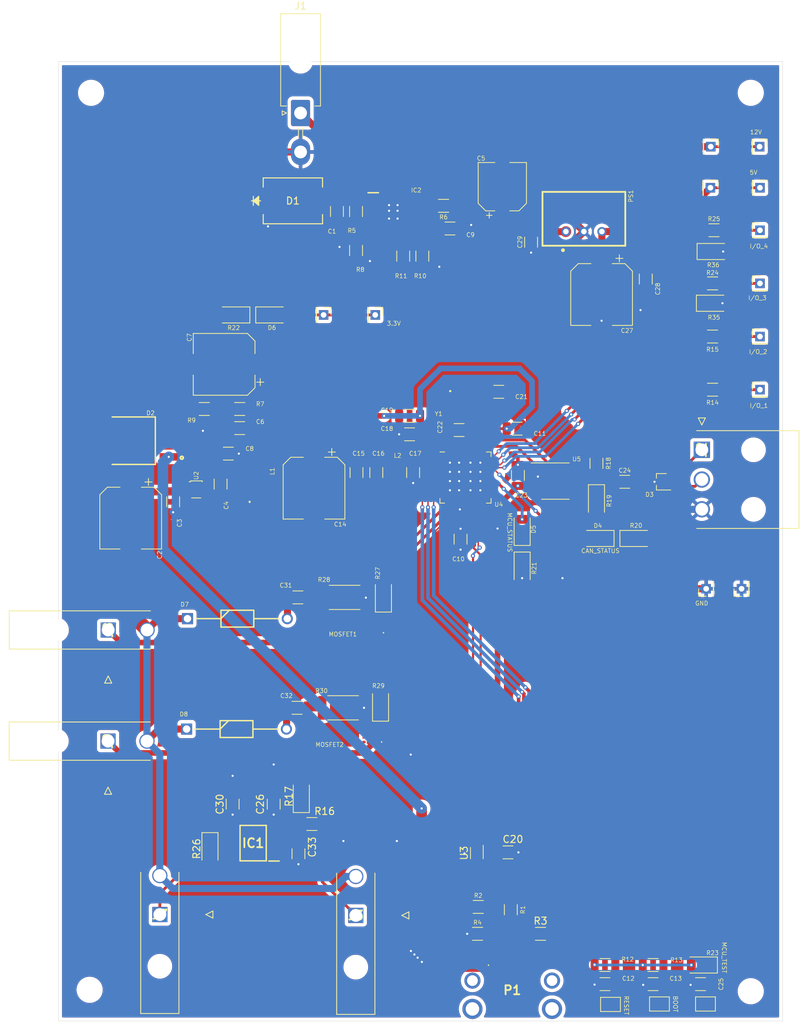
<source format=kicad_pcb>
(kicad_pcb (version 20221018) (generator pcbnew)
  (layers (0 "F.Cu" signal) (31 "B.Cu" signal) (34 "B.Paste" user) (35 "F.Paste" user) (36 "B.SilkS" user "B.Silkscreen") (37 "F.SilkS" user "F.Silkscreen") (38 "B.Mask" user) (39 "F.Mask" user) (44 "Edge.Cuts" user))
  (net 0 "")
  (net 1 "/Power /Vin")
  (net 2 "GND")
  (net 3 "Net-(U2-VIN)")
  (net 4 "Net-(U2-BST)")
  (net 5 "Net-(U2-SW)")
  (net 6 "+12V")
  (net 7 "+3.3V")
  (net 8 "Net-(U2-FB)")
  (net 9 "Net-(U2-SS)")
  (net 10 "Net-(IC2-DVDT)")
  (net 11 "/MCU/RESET")
  (net 12 "/MCU/BOOT")
  (net 13 "VDD3P3")
  (net 14 "/MCU/XTAL_N")
  (net 15 "/MCU/XTAL_P")
  (net 16 "Net-(C24-Pad1)")
  (net 17 "/MCU/MCU_TEST")
  (net 18 "/V_P_MCU")
  (net 19 "+5V")
  (net 20 "/C_P_MCU")
  (net 21 "Net-(D7-A)")
  (net 22 "Net-(C31-Pad2)")
  (net 23 "Net-(D8-A)")
  (net 24 "Net-(C32-Pad2)")
  (net 25 "/VBUS")
  (net 26 "/IO/CANH")
  (net 27 "/IO/CANL")
  (net 28 "Net-(D4-K)")
  (net 29 "/IO/LED_CAN_STATUS")
  (net 30 "Net-(D5-K)")
  (net 31 "/IO/LED_MCU_STATUS")
  (net 32 "Net-(D6-K)")
  (net 36 "Net-(IC1-+IN_B)")
  (net 37 "/IO/C_P")
  (net 41 "Net-(IC2-OVP)")
  (net 43 "Net-(IC2-IMON)")
  (net 44 "Net-(IC2-ILIM)")
  (net 45 "Net-(IC2-~{FLT})")
  (net 46 "/IO/V_P")
  (net 47 "/IO/VALVE")
  (net 48 "/IO/PURGE_VALVE")
  (net 49 "Net-(P1-CC)")
  (net 50 "Net-(P1-D+)")
  (net 51 "Net-(P1-D-)")
  (net 52 "Net-(P1-VCONN)")
  (net 53 "/MCU/USB_D-")
  (net 54 "/MCU/USB_D+")
  (net 55 "Net-(R14-Pad1)")
  (net 56 "/I{slash}O_1_MCU")
  (net 57 "Net-(R15-Pad1)")
  (net 58 "/I{slash}O_2_MCU")
  (net 59 "Net-(R24-Pad1)")
  (net 60 "/I{slash}O_3_MCU")
  (net 61 "Net-(R25-Pad1)")
  (net 62 "/I{slash}O_4_MCU")
  (net 63 "Net-(MOSFET1-Pad3)")
  (net 64 "/VALVE_MCU")
  (net 65 "Net-(MOSFET2-Pad3)")
  (net 66 "/PURGE_VALVE_MCU")
  (net 94 "/IO/CAN_RX")
  (net 95 "/IO/CAN_TX")
  (footprint "Connector_PinHeader_2.00mm:PinHeader_1x01_P2.00mm_Vertical" (layer "F.Cu") (at 148.1 93.7)
    (fp_text reference "TP9" hide)
    (fp_text value "I/O 1")
  )
  (footprint "Capacitor_SMD:C_1206_3216Metric" (layer "F.Cu") (at 99.1 105.4 -90)
    (fp_text reference "C17")
    (fp_text value "100n")
  )
  (footprint "MountingHole:MountingHole_3.2mm_M3_DIN965" (layer "F.Cu") (at 146.8 51.8)
    (fp_text reference "H1" hide)
    (fp_text value "MountingHole")
  )
  (footprint "Capacitor_SMD:C_1206_3216Metric" (layer "F.Cu") (at 79.4 152.2 90)
    (fp_text reference "C26")
    (fp_text value "4n7")
  )
  (footprint "Diode_SMD:D_1206_3216Metric" (layer "F.Cu") (at 125.2 114.7 180)
    (fp_text reference "D4")
    (fp_text value "LED")
  )
  (footprint "Capacitor_SMD:C_1206_3216Metric" (layer "F.Cu") (at 91.1 105.4 -90)
    (fp_text reference "C15")
    (fp_text value "1u")
  )
  (footprint "Diode_SMD:DIOAD1414W86L464D238" (layer "F.Cu") (at 67.2219 126.01575)
    (fp_text reference "D7")
    (fp_text value "PMEG10020" hide)
  )
  (footprint "Capacitor_SMD:C_1206_3216Metric" (layer "F.Cu") (at 98.6 97.4 180)
    (fp_text reference "C19")
    (fp_text value "10n")
  )
  (footprint "Connector_PinHeader_2.00mm:PinHeader_1x01_P2.00mm_Vertical" (layer "F.Cu") (at 141.15 59.4 -90)
    (fp_text reference "TP3" hide)
    (fp_text value "+12V")
  )
  (footprint "LED_SMD:LED_1206_3216Metric" (layer "F.Cu") (at 94.5 138.2 90)
    (fp_text reference "R29")
    (fp_text value "180R")
  )
  (footprint "Resistor_SMD:R_1206_3216Metric" (layer "F.Cu") (at 97.7 74.85 -90)
    (fp_text reference "R11")
    (fp_text value "100k")
  )
  (footprint "Converter_DCDC:TSR-1-24120" (layer "F.Cu") (at 123.224198 71.382)
    (fp_text reference "PS1")
    (fp_text value "TSR_1-2450" hide)
  )
  (footprint "Connector_PinHeader_2.00mm:PinHeader_1x01_P2.00mm_Vertical" (layer "F.Cu") (at 93.75 83.15 -90)
    (fp_text reference "TP7" hide)
    (fp_text value "+3.3V")
  )
  (footprint "Resistor_SMD:R_1206_3216Metric" (layer "F.Cu") (at 91.038 68.55 -90)
    (fp_text reference "R5")
    (fp_text value "180k")
  )
  (footprint "Resistor_SMD:R_1206_3216Metric" (layer "F.Cu") (at 141.6 71.2 180)
    (fp_text reference "R25")
    (fp_text value "100R")
  )
  (footprint "Connector_PinHeader_2.00mm:PinHeader_1x01_P2.00mm_Vertical" (layer "F.Cu") (at 140.5 121.8 90)
    (fp_text reference "TP1" hide)
    (fp_text value "GND")
  )
  (footprint "Package_TO_SOT_SMD:SOT-323_SC-70" (layer "F.Cu") (at 134.2 106.7 180)
    (fp_text reference "D3")
    (fp_text value "SP0502BAJT")
  )
  (footprint "Resistor_SMD:R_1206_3216Metric" (layer "F.Cu") (at 125 104.1 90)
    (fp_text reference "R18")
    (fp_text value "60")
  )
  (footprint "Capacitor_SMD:C_1206_3216Metric" (layer "F.Cu") (at 74.6 99.125 180)
    (fp_text reference "C6")
    (fp_text value "47p")
  )
  (footprint "Jumper:SolderJumper-2_P1.3mm_Open_Pad1.0x1.5mm" (layer "F.Cu") (at 126.982936 180.462936 180)
    (fp_text reference "JP1" hide)
    (fp_text value "SolderJumper_2_Open")
  )
  (footprint "Capacitor_SMD:C_1206_3216Metric" (layer "F.Cu") (at 65.2 109.525 -90)
    (fp_text reference "C3")
    (fp_text value "100n")
  )
  (footprint "Transistor_Power_Module:PMPB15XPAX" (layer "F.Cu") (at 93.1 142.775 180)
    (fp_text reference "MOSFET2")
    (fp_text value "PMPB15XP_115" hide)
  )
  (footprint "MountingHole:MountingHole_3.2mm_M3_DIN965" (layer "F.Cu") (at 146.8 178.6)
    (fp_text reference "H4" hide)
    (fp_text value "MountingHole")
  )
  (footprint "Capacitor_SMD:C_1206_3216Metric" (layer "F.Cu") (at 113.8 99.2)
    (fp_text reference "C11")
    (fp_text value "100n")
  )
  (footprint "Capacitor_SMD:CP_Elec_8x10.5" (layer "F.Cu") (at 59.2 111.825 -90)
    (fp_text reference "C2")
    (fp_text value "10u")
  )
  (footprint "Resistor_SMD:R_1206_3216Metric" (layer "F.Cu") (at 117.1 170.5)
    (fp_text reference "R3")
    (fp_text value "5k1")
  )
  (footprint "Resistor_SMD:R_1206_3216Metric" (layer "F.Cu") (at 141.4 86.2 180)
    (fp_text reference "R15")
    (fp_text value "1k")
  )
  (footprint "Jumper:SolderJumper-2_P1.3mm_Open_Pad1.0x1.5mm" (layer "F.Cu") (at 133.9 180.4 180)
    (fp_text reference "JP2" hide)
    (fp_text value "SolderJumper_2_Open")
  )
  (footprint "LED_SMD:LED_1206_3216Metric" (layer "F.Cu") (at 141.5 74.2)
    (fp_text reference "R36")
    (fp_text value "10k")
  )
  (footprint "Resistor_SMD:R_1206_3216Metric" (layer "F.Cu") (at 108.3 166.7 180)
    (fp_text reference "R2")
    (fp_text value "0")
  )
  (footprint "MountingHole:MountingHole_3.2mm_M3_DIN965" (layer "F.Cu") (at 53.4 178.4)
    (fp_text reference "H3" hide)
    (fp_text value "MountingHole")
  )
  (footprint "Resistor_SMD:R_1206_3216Metric" (layer "F.Cu") (at 84.8 155 180)
    (fp_text reference "R16")
    (fp_text value "10k")
  )
  (footprint "LED_SMD:LED_1206_3216Metric" (layer "F.Cu") (at 141.4 81.5)
    (fp_text reference "R35")
    (fp_text value "10k")
  )
  (footprint "Resistor_SMD:R_1206_3216Metric" (layer "F.Cu") (at 141.4 93.7 180)
    (fp_text reference "R14")
    (fp_text value "1k")
  )
  (footprint "Capacitor_SMD:C_1206_3216Metric" (layer "F.Cu") (at 93.9 105.4 -90)
    (fp_text reference "C16")
    (fp_text value "100n")
  )
  (footprint "Capacitor_SMD:CP_Elec_6.3x7.7" (layer "F.Cu") (at 111.7 65.05 90)
    (fp_text reference "C5")
    (fp_text value "47u")
  )
  (footprint "library:SRN3015TA4R7M" (layer "F.Cu") (at 76 107.475 90)
    (fp_text reference "L1")
    (fp_text value "4u7" hide)
  )
  (footprint "library:2169900002" (layer "F.Cu") (at 113.1 178.8)
    (fp_text reference "P1")
    (fp_text value "USB_C_Plug_USB2.0" hide)
  )
  (footprint "Package_DFN_QFN:QFN-56-1EP_7x7mm_P0.4mm_EP5.6x5.6mm" (layer "F.Cu") (at 106.5 106.1)
    (fp_text reference "U4")
    (fp_text value "ESP32-S3FN8")
  )
  (footprint "Capacitor_SMD:C_1206_3216Metric" (layer "F.Cu") (at 71.9 107.025 -90)
    (fp_text reference "C4")
    (fp_text value "100n")
  )
  (footprint "Package_TO_SOT_SMD:SOT-583-8" (layer "F.Cu") (at 68.46 107.775)
    (fp_text reference "U2")
    (fp_text value "TPS62933")
  )
  (footprint "Connector_PinHeader_2.00mm:PinHeader_1x01_P2.00mm_Vertical" (layer "F.Cu") (at 148.05 59.4 -90)
    (fp_text reference "TP4" hide)
    (fp_text value "+12V")
  )
  (footprint "LED_SMD:LED_1206_3216Metric" (layer "F.Cu") (at 130.6 114.7)
    (fp_text reference "R20")
    (fp_text value "1k")
  )
  (footprint "Resistor_SMD:R_1206_3216Metric" (layer "F.Cu") (at 103.4 67.75 180)
    (fp_text reference "R6")
    (fp_text value "100k")
  )
  (footprint "Capacitor_SMD:C_1206_3216Metric" (layer "F.Cu") (at 82.8219 123.01575)
    (fp_text reference "C31")
    (fp_text value "20n")
  )
  (footprint "LED_SMD:LED_1206_3216Metric" (layer "F.Cu") (at 139.8 174.9 180)
    (fp_text reference "R23")
    (fp_text value "10k")
  )
  (footprint "Capacitor_SMD:C_1206_3216Metric" (layer "F.Cu") (at 115.764198 72.882 -90)
    (fp_text reference "C29")
    (fp_text value "100n")
  )
  (footprint "Package_TO_SOT_SMD:SOT-666" (layer "F.Cu") (at 108.1 159.1 -90)
    (fp_text reference "U3")
    (fp_text value "USBLC6-2P6")
  )
  (footprint "Capacitor_SMD:C_1206_3216Metric" (layer "F.Cu") (at 113.9 105.8 90)
    (fp_text reference "C23")
    (fp_text value "100n")
  )
  (footprint "mbr:SOP65P640X120-17N" (layer "F.Cu") (at 96.4 68.75)
    (fp_text reference "IC2")
    (fp_text value "LM76202QPWPRQ1" hide)
  )
  (footprint "library:SOP65P640X120-14N" (layer "F.Cu") (at 76.5 157.7 180)
    (fp_text reference "IC1")
    (fp_text value "AD8544ARUZ-REEL" hide)
  )
  (footprint "Resistor_SMD:R_1206_3216Metric" (layer "F.Cu") (at 112.9 167.1 90)
    (fp_text reference "R1")
    (fp_text value "0")
  )
  (footprint "Transistor_Power_Module:PMPB15XPAX" (layer "F.Cu") (at 93.3569 127.36575 180)
    (fp_text reference "MOSFET1")
    (fp_text value "PMPB15XP_115" hide)
  )
  (footprint "MBRD20100CT-13:TO252_(DPAK)_1" (layer "F.Cu") (at 64.5795 100.9 90)
    (fp_text reference "D2")
    (fp_text value "MBRD20100CT-13" hide)
  )
  (footprint "Capacitor_SMD:C_1206_3216Metric" (layer "F.Cu") (at 112.5 159)
    (fp_text reference "C20")
    (fp_text value "100n")
  )
  (footprint "LED_SMD:LED_1206_3216Metric" (layer "F.Cu") (at 125 109.4 -90)
    (fp_text reference "R19")
    (fp_text value "60")
  )
  (footprint "Capacitor_SMD:C_1206_3216Metric" (layer "F.Cu") (at 139.7 177.6 180)
    (fp_text reference "C25")
    (fp_text value "1u")
  )
  (footprint "Resistor_SMD:R_2512_6332Metric" (layer "F.Cu") (at 89.2 138.6)
    (fp_text reference "R30")
    (fp_text value "100R 0,5W")
  )
  (footprint "Resistor_SMD:R_1206_3216Metric" (layer "F.Cu") (at 126.2 174.9 180)
    (fp_text reference "R12")
    (fp_text value "10k")
  )
  (footprint "Connector_PinHeader_2.00mm:PinHeader_1x01_P2.00mm_Vertical" (layer "F.Cu") (at 148.1 78.7)
    (fp_text reference "TP11" hide)
    (fp_text value "I/O 3")
  )
  (footprint "Connector_PinHeader_2.00mm:PinHeader_1x01_P2.00mm_Vertical" (layer "F.Cu") (at 86.45 83.15 -90)
    (fp_text reference "TP8" hide)
    (fp_text value "+3.3V")
  )
  (footprint "LED_SMD:LED_1206_3216Metric" (layer "F.Cu") (at 94.9 122.8 90)
    (fp_text reference "R27")
    (fp_text value "180R")
  )
  (footprint "Connector_PinHeader_2.00mm:PinHeader_1x01_P2.00mm_Vertical" (layer "F.Cu") (at 145.5 121.8 90)
    (fp_text reference "TP2" hide)
    (fp_text value "GND")
  )
  (footprint "Connector_Molex:39-30-102Y" (layer "F.Cu") (at 91 167.9)
    (fp_text reference "J3")
    (fp_text value "V_P" hide)
  )
  (footprint "Connector_PinHeader_2.00mm:PinHeader_1x01_P2.00mm_Vertical" (layer "F.Cu") (at 148.1 65.2 -90)
    (fp_text reference "TP6" hide)
    (fp_text value "+5V")
  )
  (footprint "Resistor_SMD:R_1206_3216Metric" (layer "F.Cu") (at 91.038 74.05 -90)
    (fp_text reference "R8")
    (fp_text value "12k")
  )
  (footprint "Diode_SMD:D_1206_3216Metric" (layer "F.Cu") (at 114.5 113.4 90)
    (fp_text reference "D5")
    (fp_text value "LED")
  )
  (footprint "Capacitor_SMD:C_1206_3216Metric" (layer "F.Cu") (at 111.2 94)
    (fp_text reference "C21")
    (fp_text value "12p")
  )
  (footprint "Resistor_SMD:R_2512_6332Metric" (layer "F.Cu") (at 89.4219 123.01575)
    (fp_text reference "R28")
    (fp_text value "100R 0,5W")
  )
  (footprint "Capacitor_SMD:C_1206_3216Metric" (layer "F.Cu") (at 98.6 100 180)
    (fp_text reference "C18")
    (fp_text value "1u")
  )
  (footprint "Connector_Molex:39303035" (layer "F.Cu") (at 139.8871 102.18425 90)
    (fp_text reference "J2")
    (fp_text value "CAN" hide)
  )
  (footprint "Capacitor_SMD:CP_Elec_8x10.5" (layer "F.Cu") (at 72.4 90.125 180)
    (fp_text reference "C7")
    (fp_text value "100u")
  )
  (footprint "Capacitor_SMD:C_1206_3216Metric" (layer "F.Cu") (at 105.6 99.4 180)
    (fp_text reference "C22")
    (fp_text value "12p")
  )
  (footprint "LED_SMD:LED_1206_3216Metric" (layer "F.Cu") (at 73.75 83.15 180)
    (fp_text reference "R22")
    (fp_text value "1k")
  )
  (footprint "library:KC3225K400000C1GE00" (layer "F.Cu") (at 106.2 95.1 -90)
    (fp_text reference "Y1")
    (fp_text value "Crystal_GND24" hide)
  )
  (footprint "Connector_Molex:39-30-102Y" (layer "F.Cu") (at 56.0219 127.61575 -90)
    (fp_text reference "J8")
    (fp_text value "VALVE" hide)
  )
  (footprint "MountingHole:MountingHole_3.2mm_M3_DIN965" (layer "F.Cu") (at 53.6 51.8)
    (fp_text reference "H2" hide)
    (fp_text value "MountingHole")
  )
  (footprint "Package_SO:SOIC-8_3.9x4.9mm_P1.27mm" (layer "F.Cu") (at 119.2 106.6)
    (fp_text reference "U5")
    (fp_text value "SN65HVD232")
  )
  (footprint "LED_SMD:LED_1206_3216Metric" (layer "F.Cu") (at 70.4 158.5 -90)
    (fp_text reference "R26")
    (fp_text value "100R")
  )
  (footprint "Capacitor_SMD:C_1206_3216Metric" (layer "F.Cu") (at 104.3 70.95)
    (fp_text reference "C9")
    (fp_text value "2n7")
  )
  (footprint "Capacitor_SMD:C_1206_3216Metric" (layer "F.Cu") (at 133 177.6 180)
    (fp_text reference "C13")
    (fp_text value "1u")
  )
  (footprint "Resistor_SMD:R_1206_3216Metric" (layer "F.Cu") (at 141.4 78.7 180)
    (fp_text reference "R24")
    (fp_text value "100R")
  )
  (footprint "Connector_Molex:39-30-102Y" (layer "F.Cu") (at 63.31575 167.7781)
    (fp_text reference "J7")
    (fp_text value "C_P" hide)
  )
  (footprint "Capacitor_SMD:C_1206_3216Metric" (layer "F.Cu") (at 131.964198 78.082 -90)
    (fp_text reference "C28")
    (fp_text value "100n")
  )
  (footprint "Resistor_SMD:R_1206_3216Metric" (layer "F.Cu") (at 74.6 96.425 180)
    (fp_text reference "R7")
    (fp_text value "32k")
  )
  (footprint "Capacitor_SMD:CP_Elec_8x10.5" (layer "F.Cu") (at 85.1 107.6 -90)
    (fp_text reference "C14")
    (fp_text value "10u")
  )
  (footprint "Connector_PinHeader_2.00mm:PinHeader_1x01_P2.00mm_Vertical" (layer "F.Cu") (at 148.1 71.2)
    (fp_text reference "TP12" hide)
    (fp_text value "I/O 4")
  )
  (footprint "Capacitor_SMD:C_1206_3216Metric" (layer "F.Cu") (at 105.8 114.8 -90)
    (fp_text reference "C10")
    (fp_text value "100n")
  )
  (footprint "Resistor_SMD:R_1206_3216Metric" (layer "F.Cu") (at 100.4 74.85 -90)
    (fp_text reference "R10")
    (fp_text value "56k")
  )
  (footprint "Connector_Molex:Molex_Mini-Fit_Jr_5569-02A2_2x01_P4.20mm_Horizontal" (layer "F.Cu") (at 83.2 54.65)
    (fp_text reference "J1")
    (fp_text value "Battery")
  )
  (footprint "Capacitor_SMD:C_1206_3216Metric" (layer "F.Cu") (at 73.6 152.2 90)
    (fp_text reference "C30")
    (fp_text value "4n7")
  )
  (footprint "Capacitor_SMD:CP_Elec_8x10.5" (layer "F.Cu") (at 125.724198 80.269 -90)
    (fp_text reference "C27")
    (fp_text value "10u")
  )
  (footprint "Capacitor_SMD:C_1206_3216Metric" (layer "F.Cu") (at 82.7 138.6)
    (fp_text reference "C32")
    (fp_text value "20n")
  )
  (footprint "Diode_SMD:DIOAD1414W86L464D238" (layer "F.Cu") (at 67.1 141.6)
    (fp_text reference "D8")
    (fp_text value "PMEG10020" hide)
  )
  (footprint "Capacitor_SMD:C_1206_3216Metric" (layer "F.Cu") (at 88.338 68.55 -90)
    (fp_text reference "C1")
    (fp_text value "1u")
  )
  (footprint "Resistor_SMD:R_1206_3216Metric" (layer "F.Cu") (at 69.6 96.425 180)
    (fp_text reference "R9")
    (fp_text value "10k")
  )
  (footprint "Capacitor_SMD:C_1206_3216Metric" (layer "F.Cu") (at 73 102.725)
    (fp_text reference "C8")
    (fp_text value "33n")
  )
  (footprint "Connector_PinHeader_2.00mm:PinHeader_1x01_P2.00mm_Vertical" (layer "F.Cu") (at 148.1 86.2)
    (fp_text reference "TP10" hide)
    (fp_text value "I/O 2")
  )
  (footprint "LED_SMD:LED_1206_3216Metric" (layer "F.Cu") (at 83.3 151.1 90)
    (fp_text reference "R17")
    (fp_text value "5k")
  )
  (footprint "Jumper:SolderJumper-2_P1.3mm_Open_Pad1.0x1.5mm" (layer "F.Cu") (at 140.4 180.4 180)
    (fp_text reference "JP3" hide)
    (fp_text value "SolderJumper_2_Open")
  )
  (footprint "Diode_SMD:D_1206_3216Metric" (layer "F.Cu") (at 79.15 83.15)
    (fp_text reference "D6")
    (fp_text value "LED")
  )
  (footprint "LED_SMD:LED_1206_3216Metric" (layer "F.Cu") (at 114.5 118.9 -90)
    (fp_text reference "R21")
    (fp_text value "1k")
  )
  (footprint "Capacitor_SMD:C_1206_3216Metric" (layer "F.Cu") (at 82.9 159.2 -90)
    (fp_text reference "C33")
    (fp_text value "100n")
  )
  (footprint "Inductor_SMD:L_0402_1005Metric" (layer "F.Cu") (at 96.5 103.9)
    (fp_text reference "L2")
    (fp_text value "2n")
  )
  (footprint "Resistor_SMD:R_1206_3216Metric" (layer "F.Cu") (at 108.2 170.5 180)
    (fp_text reference "R4")
    (fp_text value "5k1")
  )
  (footprint "Connector_Molex:39-30-102Y" (layer "F.Cu") (at 56 143.3 -90)
    (fp_text reference "J9")
    (fp_text value "PURGE_VALVE" hide)
  )
  (footprint "Resistor_SMD:R_1206_3216Metric" (layer "F.Cu") (at 133 174.9 180)
    (fp_text reference "R13")
    (fp_text value "10k")
  )
  (footprint "Capacitor_SMD:C_1206_3216Metric" (layer "F.Cu") (at 126.2 177.6 180)
    (fp_text reference "C12")
    (fp_text value "1u")
  )
  (footprint "Connector_PinHeader_2.00mm:PinHeader_1x01_P2.00mm_Vertical" (layer "F.Cu") (at 141.1 65.2 -90)
    (fp_text reference "TP5" hide)
    (fp_text value "+5V")
  )
  (footprint "Capacitor_SMD:C_1206_3216Metric" (layer "F.Cu") (at 129 106.7)
    (fp_text reference "C24")
    (fp_text value "4n7")
  )
  (footprint "lib:TPSMCSeries_LTF" (layer "F.Cu") (at 82.110998 67.05)
    (fp_text reference "D1")
    (fp_text value "TPSMC30CA")
  )
  (gr_line (start 49 182.8) (end 151.3 182.8) (stroke (width 0.05)) (layer "Edge.Cuts"))
  (gr_line (start 49 47.4) (end 151.3 47.4) (stroke (width 0.05)) (layer "Edge.Cuts"))
  (gr_line (start 107.5 182.5) (end 107.5 182.8) (stroke (width 0.05)) (layer "Edge.Cuts"))
  (gr_line (start 49 182.8) (end 49 47.4) (stroke (width 0.05)) (layer "Edge.Cuts"))
  (gr_line (start 151.3 47.4) (end 151.3 182.8) (stroke (width 0.05)) (layer "Edge.Cuts"))
  (gr_text "MCU_TEST" (at 142.7 171.6 -90) (layer "F.SilkS") (effects (font (size 0.6 0.6) (thickness 0.08)) (justify left bottom)))
  (gr_text "BOOT" (at 135.8 179.2 -90) (layer "F.SilkS") (effects (font (size 0.6 0.6) (thickness 0.08)) (justify left bottom)))
  (gr_text "12V" (at 146.65 57.7) (layer "F.SilkS") (effects (font (size 0.6 0.6) (thickness 0.08)) (justify left bottom)))
  (gr_text "CAN_STATUS" (at 122.8 116.8) (layer "F.SilkS") (effects (font (size 0.6 0.6) (thickness 0.08)) (justify left bottom)))
  (gr_text "I/O_3" (at 146.4 81.1) (layer "F.SilkS") (effects (font (size 0.6 0.6) (thickness 0.08)) (justify left bottom)))
  (gr_text "RESET" (at 128.875 179.2 -90) (layer "F.SilkS") (effects (font (size 0.6 0.6) (thickness 0.08)) (justify left bottom)))
  (gr_text "I/O_1" (at 146.6 96.3) (layer "F.SilkS") (effects (font (size 0.6 0.6) (thickness 0.08)) (justify left bottom)))
  (gr_text "I/O_2" (at 146.5 88.7) (layer "F.SilkS") (effects (font (size 0.6 0.6) (thickness 0.08)) (justify left bottom)))
  (gr_text "I/O_4" (at 146.6 73.8) (layer "F.SilkS") (effects (font (size 0.6 0.6) (thickness 0.08)) (justify left bottom)))
  (gr_text "5V" (at 146.6 63.4) (layer "F.SilkS") (effects (font (size 0.6 0.6) (thickness 0.08)) (justify left bottom)))
  (gr_text "GND" (at 138.9 124.2) (layer "F.SilkS") (effects (font (size 0.6 0.6) (thickness 0.08)) (justify left bottom)))
  (gr_text "3.3V" (at 95.35 84.7) (layer "F.SilkS") (effects (font (size 0.6 0.6) (thickness 0.08)) (justify left bottom)))
  (gr_text "MCU_STATUS" (at 112.4 111 -90) (layer "F.SilkS") (effects (font (size 0.6 0.6) (thickness 0.08)) (justify left bottom)))
  (segment (start 88.313 67.05) (end 88.338 67.075) (width 1) (layer "F.Cu") (net 1))
  (segment (start 91.0755 67.125) (end 91.038 67.0875) (width 1) (layer "F.Cu") (net 1))
  (segment (start 91.0255 67.075) (end 91.038 67.0875) (width 1) (layer "F.Cu") (net 1))
  (segment (start 93.462 66.475) (end 93.462 67.125) (width 0.4) (layer "F.Cu") (net 1))
  (segment (start 93.462 67.125) (end 91.0755 67.125) (width 1) (layer "F.Cu") (net 1))
  (segment (start 83.2 54.65) (end 86.624198 58.074198) (width 1) (layer "F.Cu") (net 1))
  (segment (start 86.624198 65.663802) (end 85.238 67.05) (width 1) (layer "F.Cu") (net 1))
  (segment (start 88.338 67.075) (end 91.0255 67.075) (width 1) (layer "F.Cu") (net 1))
  (segment (start 93.462 67.775) (end 93.462 67.125) (width 0.4) (layer "F.Cu") (net 1))
  (segment (start 86.624198 58.074198) (end 86.624198 65.663802) (width 1) (layer "F.Cu") (net 1))
  (segment (start 85.238 67.05) (end 88.313 67.05) (width 1) (layer "F.Cu") (net 1))
  (segment (start 96.4 70.525) (end 96.4 68.75) (width 0.4) (layer "F.Cu") (net 2))
  (segment (start 93.462 68.425) (end 95.675 68.425) (width 0.4) (layer "F.Cu") (net 2))
  (segment (start 120.2 120.3) (end 126.4 120.3) (width 1) (layer "F.Cu") (net 2))
  (segment (start 97.7 76.3125) (end 100.4 76.3125) (width 1) (layer "F.Cu") (net 2))
  (segment (start 73.562 157.7) (end 72.683814 157.7) (width 0.4) (layer "F.Cu") (net 2))
  (segment (start 114.192198 62.35) (end 123.224198 71.382) (width 1) (layer "F.Cu") (net 2))
  (segment (start 95.7 69.55) (end 95.7 69.45) (width 0.4) (layer "F.Cu") (net 2))
  (segment (start 72.35 161.85) (end 70.4 159.9) (width 1) (layer "F.Cu") (net 2))
  (segment (start 120.3 172.2) (end 120.3 172.2375) (width 0.8) (layer "F.Cu") (net 2))
  (segment (start 84.8 111) (end 85.1 111.3) (width 1) (layer "F.Cu") (net 2))
  (segment (start 127.9 121.8) (end 126.4 120.3) (width 1) (layer "F.Cu") (net 2))
  (segment (start 100.4 76.3125) (end 102.7625 76.3125) (width 1) (layer "F.Cu") (net 2))
  (segment (start 86.675 111.3) (end 91.1 106.875) (width 1) (layer "F.Cu") (net 2))
  (segment (start 77.597798 68.436198) (end 77.597798 70.317808) (width 1) (layer "F.Cu") (net 2))
  (segment (start 92.3844 123.01575) (end 92.3844 125.25325) (width 1) (layer "F.Cu") (net 2))
  (segment (start 92.3844 123.01575) (end 92.4219 123.05325) (width 1) (layer "F.Cu") (net 2))
  (segment (start 104.125 97.4) (end 105.325 96.2) (width 1) (layer "F.Cu") (net 2))
  (segment (start 79.4 150.725) (end 82.275 150.725) (width 1) (layer "F.Cu") (net 2))
  (segment (start 126.4 120.3) (end 132 114.7) (width 1) (layer "F.Cu") (net 2))
  (segment (start 92.5469 126.59075) (end 92.4219 126.71575) (width 0.4) (layer "F.Cu") (net 2))
  (segment (start 112.675 94) (end 122.706 83.969) (width 1) (layer "F.Cu") (net 2))
  (segment (start 131.6 177.7) (end 131.525 177.775) (width 0.8) (layer "F.Cu") (net 2))
  (segment (start 99.338 71.025) (end 98.459814 71.025) (width 0.4) (layer "F.Cu") (net 2))
  (segment (start 92.165 141.34735) (end 92.1781 141.33425) (width 0.4) (layer "F.Cu") (net 2))
  (segment (start 88.75 150.8) (end 89.25 151.3) (width 1) (layer "F.Cu") (net 2))
  (segment (start 95.7 68.45) (end 95.725 68.425) (width 0.4) (layer "F.Cu") (net 2))
  (segment (start 98.7 95.7) (end 101.3 95.7) (width 1) (layer "F.Cu") (net 2))
  (segment (start 123 175.875) (end 124.725 177.6) (width 0.8) (layer "F.Cu") (net 2))
  (segment (start 138.225 178.875) (end 139.75 180.4) (width 0.8) (layer "F.Cu") (net 2))
  (segment (start 93.1 142) (end 92.29 142) (width 0.4) (layer "F.Cu") (net 2))
  (segment (start 92.4219 126.71575) (end 92.4219 125.31575) (width 0.4) (layer "F.Cu") (net 2))
  (segment (start 95.9 71.025) (end 96.4 70.525) (width 0.4) (layer "F.Cu") (net 2))
  (segment (start 95.6 69.55) (end 95.7 69.55) (width 0.4) (layer "F.Cu") (net 2))
  (segment (start 122.706 83.969) (end 125.724198 83.969) (width 1) (layer "F.Cu") (net 2))
  (segment (start 107.075 94) (end 107.075 94.45) (width 0.4) (layer "F.Cu") (net 2))
  (segment (start 117.624198 76.169) (end 118.437198 76.169) (width 1) (layer "F.Cu") (net 2))
  (segment (start 97.125 100) (end 97.125 97.4) (width 1) (layer "F.Cu") (net 2))
  (segment (start 118.5625 170.5) (end 120.2625 172.2) (width 0.8) (layer "F.Cu") (net 2))
  (segment (start 93 75.55) (end 96.9375 75.55) (width 1) (layer "F.Cu") (net 2))
  (segment (start 68.7 95.8625) (end 68.1375 96.425) (width 1) (layer "F.Cu") (net 2))
  (segment (start 130.475 106.7) (end 133.2 106.7) (width 1) (layer "F.Cu") (net 2))
  (segment (start 131.525 177.775) (end 131.525 178.675) (width 0.8) (layer "F.Cu") (net 2))
  (segment (start 93.3569 126.59075) (end 92.5469 126.59075) (width 0.4) (layer "F.Cu") (net 2))
  (segment (start 124.725 178.855) (end 126.332936 180.462936) (width 0.8) (layer "F.Cu") (net 2))
  (segment (start 138.3 177.7) (end 138.225 177.775) (width 0.8) (layer "F.Cu") (net 2))
  (segment (start 92.29 142) (end 92.165 142.125) (width 0.4) (layer "F.Cu") (net 2))
  (segment (start 95.675 68.425) (end 95.7 68.45) (width 0.4) (layer "F.Cu") (net 2))
  (segment (start 77.597798 63.655146) (end 77.597798 65.663802) (width 1) (layer "F.Cu") (net 2))
  (segment (start 96.9 69.55) (end 96.9 69.465186) (width 0.4) (layer "F.Cu") (net 2))
  (segment (start 102.8 76.35) (end 102.8 73.925) (width 1) (layer "F.Cu") (net 2))
  (segment (start 92.6625 151.3) (end 98.7625 145.2) (width 1) (layer "F.Cu") (net 2))
  (segment (start 136.11575 110.58425) (end 132 114.7) (width 1) (layer "F.Cu") (net 2))
  (segment (start 121.8375 172.2375) (end 123 173.4) (width 0.8) (layer "F.Cu") (net 2))
  (segment (start 92.4219 125.31575) (end 92.3719 125.26575) (width 0.4) (layer "F.Cu") (net 2))
  (segment (start 96.725 68.425) (end 96.4 68.75) (width 0.4) (layer "F.Cu") (net 2))
  (segment (start 108.1 158.574264) (end 107.524264 159.15) (width 0.2) (layer "F.Cu") (net 2))
  (segment (start 116.45 172.85) (end 116.45 172.6125) (width 0.8) (layer "F.Cu") (net 2))
  (segment (start 77.92999 70.65) (end 78.6 70.65) (width 1) (layer "F.Cu") (net 2))
  (segment (start 96.9375 75.55) (end 97.7 76.3125) (width 1) (layer "F.Cu") (net 2))
  (segment (start 96.984814 69.55) (end 96.9 69.55) (width 0.4) (layer "F.Cu") (net 2))
  (segment (start 98.459814 71.025) (end 96.984814 69.55) (width 0.4) (layer "F.Cu") (net 2))
  (segment (start 123 173.4) (end 123 175.875) (width 0.8) (layer "F.Cu") (net 2))
  (segment (start 140.5 121.8) (end 145.5 121.8) (width 0.4) (layer "F.Cu") (net 2))
  (segment (start 78.6 70.65) (end 87.713 70.65) (width 1) (layer "F.Cu") (net 2))
  (segment (start 65.2 111) (end 84.8 111) (width 1) (layer "F.Cu") (net 2))
  (segment (start 101.235137 175.364863) (end 96.8 170.929726) (width 1) (layer "F.Cu") (net 2))
  (segment (start 72.35 86.475) (end 68.7 90.125) (width 1) (layer "F.Cu") (net 2))
  (segment (start 96.925 68.425) (end 96.9 68.45) (width 0.4) (layer "F.Cu") (net 2))
  (segment (start 96.9 69.465186) (end 96.4 68.965186) (width 0.4) (layer "F.Cu") (net 2))
  (segment (start 95.7 69.45) (end 96.4 68.75) (width 0.4) (layer "F.Cu") (net 2))
  (segment (start 87.65 149.7) (end 88.75 150.8) (width 1) (layer "F.Cu") (net 2))
  (segment (start 92.165 142.125) (end 92.165 141.34735) (width 0.4) (layer "F.Cu") (net 2))
  (segment (start 88.338 73.188) (end 88.7 73.55) (width 1) (layer "F.Cu") (net 2))
  (segment (start 112.675 96.6) (end 115.275 99.2) (width 1) (layer "F.Cu") (net 2))
  (segment (start 105.775 70.95) (end 106.8 70.95) (width 1) (layer "F.Cu") (net 2))
  (segment (start 109.75 175.95) (end 109.164863 175.364863) (width 0.8) (layer "F.Cu") (net 2))
  (segment (start 89.25 151.3) (end 89.25 157.4) (width 1) (layer "F.Cu") (net 2))
  (segment (start 93.9 106.875) (end 99.1 106.875) (width 1) (layer "F.Cu") (net 2))
  (segment (start 92.1625 141.31865) (end 92.1781 141.33425) (width 1) (layer "F.Cu") (net 2))
  (segment (start 113.9 104.325) (end 115.54 105.965) (width 1) (layer "F.Cu") (net 2))
  (segment (start 131.525 177.6) (end 131.525 177.625) (width 0.8) (layer "F.Cu") (net 2))
  (segment (start 78.983996 67.05) (end 77.597798 68.436198) (width 1) (layer "F.Cu") (net 2))
  (segment (start 68.1375 98.2375) (end 69.4 99.5) (width 1) (layer "F.Cu") (net 2))
  (segment (start 113.9 104.325) (end 113.9 104.3) (width 1) (layer "F.Cu") (net 2))
  (segment (start 101.3 95.7) (end 104.125 98.525) (width 1) (layer "F.Cu") (net 2))
  (segment (start 97.15 95.7) (end 98.7 95.7) (width 1) (layer "F.Cu") (net 2))
  (segment (start 88.7 73.55) (end 88.7 74.55) (width 1) (layer "F.Cu") (net 2))
  (segment (start 115.812198 74.357) (end 117.624198 76.169) (width 1) (layer "F.Cu") (net 2))
  (segment (start 115.764198 74.357) (end 115.812198 74.357) (width 1) (layer "F.Cu") (net 2))
  (segment (start 82.275 150.725) (end 83.3 149.7) (width 1) (layer "F.Cu") (net 2))
  (segment (start 112.675 94) (end 112.675 96.6) (width 1) (layer "F.Cu") (net 2))
  (segment (start 82.9 160.675) (end 81.725 161.85) (width 1) (layer "F.Cu") (net 2))
  (segment (start 111.7 62.35) (end 114.192198 62.35) (width 1) (layer "F.Cu") (net 2))
  (segment (start 59.2 115.525) (end 60.675 115.525) (width 1) (layer "F.Cu") (net 2))
  (segment (start 117.624198 76.169) (end 117.924198 76.169) (width 1) (layer "F.Cu") (net 2))
  (segment (start 95.425 69.725) (end 95.6 69.55) (width 0.4) (layer "F.Cu") (net 2))
  (segment (start 81.725 161.85) (end 72.35 161.85) (width 1) (layer "F.Cu") (net 2))
  (segment (start 107.075 94.45) (end 105.325 96.2) (width 0.4) (layer "F.Cu") (net 2))
  (segment (start 60.675 115.525) (end 65.2 111) (width 1) (layer "F.Cu") (net 2))
  (segment (start 118.5625 163.5875) (end 118.5625 170.5) (width 1) (layer "F.Cu") (net 2))
  (segment (start 93.462 69.725) (end 95.425 69.725) (width 0.4) (layer "F.Cu") (net 2))
  (segment (start 96.8 170.929726) (end 96.8 157.4) (width 1) (layer "F.Cu") (net 2))
  (segment (start 97.125 95.725) (end 97.1 95.7) (width 1) (layer "F.Cu") (net 2))
  (segment (start 89.6625 75.5125) (end 91.038 75.5125) (width 1) (layer "F.Cu") (net 2))
  (segment (start 96.875 68.425) (end 96.725 68.425) (width 0.4) (layer "F.Cu") (net 2))
  (segment (start 104.125 98.525) (end 104.125 99.4) (width 1) (layer "F.Cu") (net 2))
  (segment (start 125.724198 83.969) (end 129.724198 83.969) (width 1) (layer "F.Cu") (net 2))
  (segment (start 95.725 68.425) (end 96.075 68.425) (width 0.4) (layer "F.Cu") (net 2))
  (segment (start 97.125 97.4) (end 97.125 95.725) (width 1) (layer "F.Cu") (net 2))
  (segment (start 96.075 68.425) (end 96.4 68.75) (width 0.4) (layer "F.Cu") (net 2))
  (segment (start 109.164863 175.364863) (end 101.235137 175.364863) (width 1) (layer "F.Cu") (net 2))
  (segment (start 68.1375 96.425) (end 68.1375 98.2375) (width 1) (layer "F.Cu") (net 2))
  (segment (start 131.224198 80.297) (end 131.964198 79.557) (width 1) (layer "F.Cu") (net 2))
  (segment (start 92.1625 138.6) (end 92.1625 141.31865) (width 1) (layer "F.Cu") (net 2))
  (segment (start 83.3 149.7) (end 87.65 149.7) (width 1) (layer "F.Cu") (net 2))
  (segment (start 124.725 177.6) (end 124.725 177.655) (width 0.8) (layer "F.Cu") (net 2))
  (segment (start 87.713 70.65) (end 88.338 70.025) (width 1) (layer "F.Cu") (net 2))
  (segment (start 124.725 177.670872) (end 124.725 178.855) (width 0.8) (layer "F.Cu") (net 2))
  (segment (start 129.724198 83.969) (end 131.224198 82.469) (width 1) (layer "F.Cu") (net 2))
  (segment (start 99.338 68.425) (end 96.925 68.425) (width 0.4) (layer "F.Cu") (net 2))
  (segment (start 96.4 68.965186) (end 96.4 68.75) (width 0.4) (layer "F.Cu") (net 2))
  (segment (start 138.225 177.625) (end 138.3 177.7) (width 0.8) (layer "F.Cu") (net 2))
  (segment (start 138.225 177.6) (end 138.225 177.625) (width 0.8) (layer "F.Cu") (net 2))
  (segment (start 117.924198 76.169) (end 125.724198 83.969) (width 1) (layer "F.Cu") (net 2))
  (segment (start 68.7 90.125) (end 68.7 95.8625) (width 1) (layer "F.Cu") (net 2))
  (segment (start 140.5 121.8) (end 127.9 121.8) (width 1) (layer "F.Cu") (net 2))
  (segment (start 102.7625 76.3125) (end 102.8 76.35) (width 1) (layer "F.Cu") (net 2))
  (segment (start 131.525 177.625) (end 131.6 177.7) (width 0.8) (layer "F.Cu") (net 2))
  (segment (start 124.732936 177.662936) (end 124.725 177.670872) (width 0.8) (layer "F.Cu") (net 2))
  (segment (start 104.125 99.4) (end 104.125 97.4) (width 1) (layer "F.Cu") (net 2))
  (segment (start 88.7 74.55) (end 89.6625 75.5125) (width 1) (layer "F.Cu") (net 2))
  (segment (start 116.45 172.6125) (end 118.5625 170.5) (width 0.8) (layer "F.Cu") (net 2))
  (segment (start 73.6 150.725) (end 79.4 150.725) (width 1) (layer "F.Cu") (net 2))
  (segment (start 120.3 172.2375) (end 121.8375 172.2375) (width 0.8) (layer "F.Cu") (net 2))
  (segment (start 77.597798 70.317808) (end 77.92999 70.65) (width 1) (layer "F.Cu") (net 2))
  (segment (start 97.125 95.725) (end 97.15 95.7) (width 1) (layer "F.Cu") (net 2))
  (segment (start 118.437198 76.169) (end 123.224198 71.382) (width 1) (layer "F.Cu") (net 2))
  (segment (start 116.4 172.9) (end 116.45 172.85) (width 0.8) (layer "F.Cu") (net 2))
  (segment (start 116.45 175.95) (end 116.45 172.95) (width 0.8) (layer "F.Cu") (net 2))
  (segment (start 89.25 151.3) (end 92.6625 151.3) (width 1) (layer "F.Cu") (net 2))
  (segment (start 85.1 111.3) (end 86.675 111.3) (width 1) (layer "F.Cu") (net 2))
  (segment (start 88.338 70.025) (end 88.338 73.188) (width 1) (layer "F.Cu") (net 2))
  (segment (start 91.038 75.5125) (end 92.9625 75.5125) (width 1) (layer "F.Cu") (net 2))
  (segment (start 138.225 177.775) (end 138.225 178.875) (width 0.8) (layer "F.Cu") (net 2))
  (segment (start 92.9625 75.5125) (end 93 75.55) (width 1) (layer "F.Cu") (net 2))
  (segment (start 70.483814 159.9) (end 70.4 159.9) (width 0.4) (layer "F.Cu") (net 2))
  (segment (start 72.683814 157.7) (end 70.483814 159.9) (width 0.4) (layer "F.Cu") (net 2))
  (segment (start 72.35 83.15) (end 72.35 86.475) (width 1) (layer "F.Cu") (net 2))
  (segment (start 77.597798 65.663802) (end 78.983996 67.05) (width 1) (layer "F.Cu") (net 2))
  (segment (start 106.8 70.95) (end 107.3 70.45) (width 1) (layer "F.Cu") (net 2))
  (segment (start 114.5 120.3) (end 120.2 120.3) (width 1) (layer "F.Cu") (net 2))
  (segment (start 108.1 158.175) (end 108.1 158.574264) (width 0.2) (layer "F.Cu") (net 2))
  (segment (start 107.524264 159.15) (end 106.35 159.15) (width 0.2) (layer "F.Cu") (net 2))
  (segment (start 85.1 115.73135) (end 92.3844 123.01575) (width 1) (layer "F.Cu") (net 2))
  (segment (start 115.54 105.965) (end 116.725 105.965) (width 1) (layer "F.Cu") (net 2))
  (segment (start 124.725 177.655) (end 124.732936 177.662936) (width 0.8) (layer "F.Cu") (net 2))
  (segment (start 131.525 178.675) (end 133.25 180.4) (width 0.8) (layer "F.Cu") (net 2))
  (segment (start 93.462 71.025) (end 95.9 71.025) (width 0.4) (layer "F.Cu") (net 2))
  (segment (start 113.975 159) (end 118.5625 163.5875) (width 1) (layer "F.Cu") (net 2))
  (segment (start 96.9 68.45) (end 96.875 68.425) (width 0.4) (layer "F.Cu") (net 2))
  (segment (start 120.2625 172.2) (end 120.3 172.2) (width 0.8) (layer "F.Cu") (net 2))
  (segment (start 85.1 111.3) (end 85.1 115.73135) (width 1) (layer "F.Cu") (net 2))
  (segment (start 116.45 172.95) (end 116.4 172.9) (width 0.8) (layer "F.Cu") (net 2))
  (segment (start 83.2 60.15) (end 81.102944 60.15) (width 1) (layer "F.Cu") (net 2))
  (segment (start 81.102944 60.15) (end 77.597798 63.655146) (width 1) (layer "F.Cu") (net 2))
  (segment (start 102.8 73.925) (end 105.775 70.95) (width 1) (layer "F.Cu") (net 2))
  (segment (start 91.1 106.875) (end 93.9 106.875) (width 1) (layer "F.Cu") (net 2))
  (segment (start 139.8871 110.58425) (end 136.11575 110.58425) (width 1) (layer "F.Cu") (net 2))
  (segment (start 131.224198 82.469) (end 131.224198 80.297) (width 1) (layer "F.Cu") (net 2))
  (via (at 104.3 104) (size 0.6) (drill 0.3) (layers "F.Cu" "B.Cu") (net 2))
  (via (at 92.4219 123.05325) (size 0.6) (drill 0.3) (layers "F.Cu" "B.Cu") (net 2))
  (via (at 98.7625 145.2) (size 0.6) (drill 0.3) (layers "F.Cu" "B.Cu") (net 2))
  (via (at 107.2 104) (size 0.6) (drill 0.3) (layers "F.Cu" "B.Cu") (net 2))
  (via (at 133.2 106.7) (size 0.6) (drill 0.3) (layers "F.Cu" "B.Cu") (net 2))
  (via (at 105.6 105.3) (size 0.6) (drill 0.3) (layers "F.Cu" "B.Cu") (net 2))
  (via (at 92.1625 138.6) (size 0.6) (drill 0.3) (layers "F.Cu" "B.Cu") (net 2))
  (via (at 105.6 104) (size 0.6) (drill 0.3) (layers "F.Cu" "B.Cu") (net 2))
  (via (at 82.9 160.675) (size 0.6) (drill 0.3) (layers "F.Cu" "B.Cu") (net 2))
  (via (at 65.2 111) (size 0.6) (drill 0.3) (layers "F.Cu" "B.Cu") (net 2))
  (via (at 131.6 177.7) (size 0.6) (drill 0.3) (layers "F.Cu" "B.Cu") (net 2))
  (via (at 120.2 120.3) (size 0.6) (drill 0.3) (layers "F.Cu" "B.Cu") (net 2))
  (via (at 124.732936 177.662936) (size 0.6) (drill 0.3) (layers "F.Cu" "B.Cu") (net 2))
  (via (at 78.6 70.65) (size 0.6) (drill 0.3) (layers "F.Cu" "B.Cu") (net 2))
  (via (at 74.475 102.725) (size 0.6) (drill 0.3) (layers "F.Cu" "B.Cu") (net 2))
  (via (at 113.9 104.3) (size 0.6) (drill 0.3) (layers "F.Cu" "B.Cu") (net 2))
  (via (at 95.7 67.65) (size 0.6) (drill 0.3) (layers "F.Cu" "B.Cu") (net 2))
  (via (at 96.9 67.65) (size 0.6) (drill 0.3) (layers "F.Cu" "B.Cu") (net 2))
  (via (at 108.6 104) (size 0.6) (drill 0.3) (layers "F.Cu" "B.Cu") (net 2))
  (via (at 96.9 68.45) (size 0.6) (drill 0.3) (layers "F.Cu" "B.Cu") (net 2))
  (via (at 105.6 107.9) (size 0.6) (drill 0.3) (layers "F.Cu" "B.Cu") (net 2))
  (via (at 106.35 159.15) (size 0.6) (drill 0.3) (layers "F.Cu" "B.Cu") (net 2))
  (via (at 108.6 107.9) (size 0.6) (drill 0.3) (layers "F.Cu" "B.Cu") (net 2))
  (via (at 102.8 76.35) (size 0.6) (drill 0.3) (layers "F.Cu" "B.Cu") (net 2))
  (via (at 99.1 106.875) (size 0.6) (drill 0.3) (layers "F.Cu" "B.Cu") (net 2))
  (via (at 105.8 116.275) (size 0.6) (drill 0.3) (layers "F.Cu" "B.Cu") (net 2))
  (via (at 104.3 107.9) (size 0.6) (drill 0.3) (layers "F.Cu" "B.Cu") (net 2))
  (via (at 104.3 106.6) (size 0.6) (drill 0.3) (layers "F.Cu" "B.Cu") (net 2))
  (via (at 104.3 105.3) (size 0.6) (drill 0.3) (layers "F.Cu" "B.Cu") (net 2))
  (via (at 106.7375 170.5) (size 0.6) (drill 0.3) (layers "F.Cu" "B.Cu") (net 2))
  (via (at 95.7 68.45) (size 0.6) (drill 0.3) (layers "F.Cu" "B.Cu") (net 2))
  (via (at 108.6 106.6) (size 0.6) (drill 0.3) (layers "F.Cu" "B.Cu") (net 2))
  (via (at 95.7 69.55) (size 0.6) (drill 0.3) (layers "F.Cu" "B.Cu") (net 2))
  (via (at 99.735137 173.864863) (size 0.6) (drill 0.3) (layers "F.Cu" "B.Cu") (net 2))
  (via (at 131.224198 82.469) (size 0.6) (drill 0.3) (layers "F.Cu" "B.Cu") (net 2))
  (via (at 93 75.55) (size 0.6) (drill 0.3) (layers "F.Cu" "B.Cu") (net 2))
  (via (at 125.724198 83.969) (size 0.6) (drill 0.3) (layers "F.Cu" "B.Cu") (net 2))
  (via (at 99.285137 173.414863) (size 0.6) (drill 0.3) (layers "F.Cu" "B.Cu") (net 2))
  (via (at 89.25 157.4) (size 0.6) (drill 0.3) (layers "F.Cu" "B.Cu") (net 2))
  (via (at 96.9 69.55) (size 0.6) (drill 0.3) (layers "F.Cu" "B.Cu") (net 2))
  (via (at 113.975 159) (size 0.6) (drill 0.3) (layers "F.Cu" "B.Cu") (net 2))
  (via (at 138.3 177.7) (size 0.6) (drill 0.3) (layers "F.Cu" "B.Cu") (net 2))
  (via (at 108.6 105.3) (size 0.6) (drill 0.3) (layers "F.Cu" "B.Cu") (net 2))
  (via (at 107.2 105.3) (size 0.6) (drill 0.3) (layers "F.Cu" "B.Cu") (net 2))
  (via (at 142.9 74.2) (size 0.6) (drill 0.3) (layers "F.Cu" "B.Cu") (net 2))
  (via (at 107.2 106.6) (size 0.6) (drill 0.3) (layers "F.Cu" "B.Cu") (net 2))
  (via (at 105.6 106.6) (size 0.6) (drill 0.3) (layers "F.Cu" "B.Cu") (net 2))
  (via (at 107.2 107.9) (size 0.6) (drill 0.3) (layers "F.Cu" "B.Cu") (net 2))
  (via (at 142.8 81.5) (size 0.6) (drill 0.3) (layers "F.Cu" "B.Cu") (net 2))
  (via (at 116.725 105.965) (size 0.6) (drill 0.3) (layers "F.Cu" "B.Cu") (net 2))
  (via (at 107.3 70.45) (size 0.6) (drill 0.3) (layers "F.Cu" "B.Cu") (net 2))
  (via (at 96.8 157.4) (size 0.6) (drill 0.3) (layers "F.Cu" "B.Cu") (net 2))
  (via (at 100.335137 174.464863) (size 0.6) (drill 0.3) (layers "F.Cu" "B.Cu") (net 2))
  (via (at 98.785137 172.914863) (size 0.6) (drill 0.3) (layers "F.Cu" "B.Cu") (net 2))
  (via (at 69.4 99.5) (size 0.6) (drill 0.3) (layers "F.Cu" "B.Cu") (net 2))
  (via (at 97.125 100) (size 0.6) (drill 0.3) (layers "F.Cu" "B.Cu") (net 2))
  (via (at 115.764198 74.357) (size 0.6) (drill 0.3) (layers "F.Cu" "B.Cu") (net 2))
  (via (at 88.7 73.55) (size 0.6) (drill 0.3) (layers "F.Cu" "B.Cu") (net 2))
  (via (at 114.5 120.3) (size 0.6) (drill 0.3) (layers "F.Cu" "B.Cu") (net 2))
  (segment (start 96.8 157.4) (end 104.6 157.4) (width 1) (layer "B.Cu") (net 2))
  (segment (start 92.1625 138.6) (end 98.7625 145.2) (width 1) (layer "B.Cu") (net 2))
  (segment (start 124.732936 177.662936) (end 131.562936 177.662936) (width 0.8) (layer "B.Cu") (net 2))
  (segment (start 66.2 111) (end 65.2 111) (width 1) (layer "B.Cu") (net 2))
  (segment (start 92.4219 123.05325) (end 92.34675 123.05325) (width 1) (layer "B.Cu") (net 2))
  (segment (start 142.9 74.2) (end 142.9 81.4) (width 1) (layer "B.Cu") (net 2))
  (segment (start 131.562936 177.662936) (end 131.6 177.7) (width 0.8) (layer "B.Cu") (net 2))
  (segment (start 128.193198 81.5) (end 142.8 81.5) (width 1) (layer "B.Cu") (net 2))
  (segment (start 86.175 157.4) (end 82.9 160.675) (width 1) (layer "B.Cu") (net 2))
  (segment (start 114.5 120.3) (end 107.4 120.3) (width 1) (layer "B.Cu") (net 2))
  (segment (start 98.7625 145.2) (end 98.8 145.2) (width 1) (layer "B.Cu") (net 2))
  (segment (start 103.1 170.5) (end 106.7375 170.5) (width 1) (layer "B.Cu") (net 2))
  (segment (start 106.35 159.15) (end 113.825 159.15) (width 1) (layer "B.Cu") (net 2))
  (segment (start 89.25 157.4) (end 96.8 157.4) (width 1) (layer "B.Cu") (net 2))
  (segment (start 88.8 126.6) (end 88.8 135.2375) (width 1) (layer "B.Cu") (net 2))
  (segment (start 107.3 70.45) (end 111.857198 70.45) (width 1) (layer "B.Cu") (net 2))
  (segment (start 120.2 109.44) (end 120.2 120.3) (width 1) (layer "B.Cu") (net 2))
  (segment (start 97.125 100) (end 97.125 104.9) (width 1) (layer "B.Cu") (net 2))
  (segment (start 125.724198 83.969) (end 128.193198 81.5) (width 1) (layer "B.Cu") (net 2))
  (segment (start 137.08425 110.58425) (end 133.2 106.7) (width 1) (layer "B.Cu") (net 2))
  (segment (start 142.9 81.4) (end 142.8 81.5) (width 1) (layer "B.Cu") (net 2))
  (segment (start 105.8 118.7) (end 105.8 116.275) (width 1) (layer "B.Cu") (net 2))
  (segment (start 97.125 104.9) (end 99.1 106.875) (width 1) (layer "B.Cu") (net 2))
  (segment (start 104.6 157.4) (end 106.35 159.15) (width 1) (layer "B.Cu") (net 2))
  (segment (start 88.8 135.2375) (end 92.1625 138.6) (width 1) (layer "B.Cu") (net 2))
  (segment (start 92.34675 123.05325) (end 88.8 126.6) (width 1) (layer "B.Cu") (net 2))
  (segment (start 99.735137 173.864863) (end 103.1 170.5) (width 1) (layer "B.Cu") (net 2))
  (segment (start 116.725 105.965) (end 120.2 109.44) (width 1) (layer "B.Cu") (net 2))
  (segment (start 139.8871 110.58425) (end 137.08425 110.58425) (width 1) (layer "B.Cu") (net 2))
  (segment (start 131.6 177.7) (end 138.3 177.7) (width 0.8) (layer "B.Cu") (net 2))
  (segment (start 89.25 157.4) (end 86.175 157.4) (width 1) (layer "B.Cu") (net 2))
  (segment (start 74.475 102.725) (end 66.2 111) (width 1) (layer "B.Cu") (net 2))
  (segment (start 111.857198 70.45) (end 115.764198 74.357) (width 1) (layer "B.Cu") (net 2))
  (segment (start 71.25 99.5) (end 74.475 102.725) (width 1) (layer "B.Cu") (net 2))
  (segment (start 107.4 120.3) (end 105.8 118.7) (width 1) (layer "B.Cu") (net 2))
  (segment (start 69.4 99.5) (end 71.25 99.5) (width 1) (layer "B.Cu") (net 2))
  (segment (start 113.825 159.15) (end 113.975 159) (width 0.2) (layer "B.Cu") (net 2))
  (segment (start 65.125 108.125) (end 65.2 108.05) (width 1) (layer "F.Cu") (net 3))
  (segment (start 67.72 108.025) (end 67 108.025) (width 0.3) (layer "F.Cu") (net 3))
  (segment (start 58.0295 106.9545) (end 59.2 108.125) (width 2) (layer "F.Cu") (net 3))
  (segment (start 58.0295 100.9) (end 56.9 100.9) (width 2) (layer "F.Cu") (net 3))
  (segment (start 65.2 108.05) (end 66.74934 108.05) (width 1) (layer "F.Cu") (net 3))
  (segment (start 59.1705 108.0955) (end 59.2 108.125) (width 1) (layer "F.Cu") (net 3))
  (segment (start 58.0295 100.9) (end 58.0295 106.9545) (width 2) (layer "F.Cu") (net 3))
  (segment (start 59.2 108.125) (end 65.125 108.125) (width 1) (layer "F.Cu") (net 3))
  (segment (start 70 108.025) (end 71.9 106.125) (width 0.3) (layer "F.Cu") (net 4))
  (segment (start 71.9 106.125) (end 71.9 105.55) (width 0.3) (layer "F.Cu") (net 4))
  (segment (start 69.2 108.025) (end 70 108.025) (width 0.3) (layer "F.Cu") (net 4))
  (segment (start 71.9 108.5) (end 75.975 108.5) (width 1) (layer "F.Cu") (net 5))
  (segment (start 75.975 108.5) (end 76 108.525) (width 1) (layer "F.Cu") (net 5))
  (segment (start 69.2 108.525) (end 70.775 108.525) (width 0.3) (layer "F.Cu") (net 5))
  (segment (start 70.775 108.525) (end 70.8 108.5) (width 0.3) (layer "F.Cu") (net 5))
  (segment (start 71.9 108.5) (end 70.8 108.5) (width 1) (layer "F.Cu") (net 5))
  (segment (start 120.659198 71.407) (end 120.684198 71.382) (width 1.5) (layer "F.Cu") (net 6))
  (segment (start 104.8625 67.75) (end 111.7 67.75) (width 1) (layer "F.Cu") (net 6))
  (segment (start 111.7 72.3) (end 104.95 79.05) (width 2) (layer "F.Cu") (net 6))
  (segment (start 141.15 59.4) (end 109.05 59.4) (width 1) (layer "F.Cu") (net 6))
  (segment (start 148.05 59.4) (end 141.15 59.4) (width 0.4) (layer "F.Cu") (net 6))
  (segment (start 67.1 141.6) (end 63.2 141.6) (width 1) (layer "F.Cu") (net 6))
  (segment (start 107 61.45) (end 107 63.05) (width 1) (layer "F.Cu") (net 6))
  (segment (start 63.1219 126.01575) (end 61.5219 127.61575) (width 1) (layer "F.Cu") (net 6))
  (segment (start 107 63.05) (end 111.7 67.75) (width 1) (layer "F.Cu") (net 6))
  (segment (start 52.4 118.49385) (end 61.5219 127.61575) (width 2) (layer "F.Cu") (net 6))
  (segment (start 111.7 67.75) (end 111.7 72.3) (width 2) (layer "F.Cu") (net 6))
  (segment (start 99.338 66.475) (end 99.338 66.85) (width 1) (layer "F.Cu") (net 6))
  (segment (start 99.338 66.475) (end 99.638 66.175) (width 1) (layer "F.Cu") (net 6))
  (segment (start 65.35 79.05) (end 64 80.4) (width 2) (layer "F.Cu") (net 6))
  (segment (start 111.7 67.75) (end 112.107198 67.75) (width 1) (layer "F.Cu") (net 6))
  (segment (start 103.2875 66.175) (end 104.8625 67.75) (width 1) (layer "F.Cu") (net 6))
  (segment (start 55.2 94.8) (end 52.4 97.6) (width 2) (layer "F.Cu") (net 6))
  (segment (start 64 94.8) (end 64 98.0345) (width 2) (layer "F.Cu") (net 6))
  (segment (start 104.95 79.05) (end 65.35 79.05) (width 2) (layer "F.Cu") (net 6))
  (segment (start 52.4 97.6) (end 52.4 118.49385) (width 2) (layer "F.Cu") (net 6))
  (segment (start 64 94.8) (end 55.2 94.8) (width 2) (layer "F.Cu") (net 6))
  (segment (start 64 98.0345) (end 64.5795 98.614) (width 2) (layer "F.Cu") (net 6))
  (segment (start 115.764198 71.407) (end 120.659198 71.407) (width 1) (layer "F.Cu") (net 6))
  (segment (start 99.638 66.175) (end 103.2875 66.175) (width 1) (layer "F.Cu") (net 6))
  (segment (start 109.05 59.4) (end 107 61.45) (width 1) (layer "F.Cu") (net 6))
  (segment (start 64 80.4) (end 64 94.8) (width 2) (layer "F.Cu") (net 6))
  (segment (start 67.2219 126.01575) (end 63.1219 126.01575) (width 1) (layer "F.Cu") (net 6))
  (segment (start 112.107198 67.75) (end 115.764198 71.407) (width 1) (layer "F.Cu") (net 6))
  (segment (start 63.2 141.6) (end 61.5 143.3) (width 1) (layer "F.Cu") (net 6))
  (segment (start 61.5 127.63765) (end 61.5219 127.61575) (width 1) (layer "B.Cu") (net 6))
  (segment (start 61.5 143.3) (end 61.5 127.63765) (width 1) (layer "B.Cu") (net 6))
  (segment (start 65.13765 164.1) (end 87.9 164.1) (width 1) (layer "B.Cu") (net 6))
  (segment (start 61.5 143.3) (end 63.31575 145.11575) (width 1) (layer "B.Cu") (net 6))
  (segment (start 87.9 164.1) (end 89.6 162.4) (width 1) (layer "B.Cu") (net 6))
  (segment (start 63.31575 162.2781) (end 65.13765 164.1) (width 1) (layer "B.Cu") (net 6))
  (segment (start 63.31575 145.11575) (end 63.31575 162.2781) (width 1) (layer "B.Cu") (net 6))
  (segment (start 89.6 162.4) (end 91 162.4) (width 1) (layer "B.Cu") (net 6))
  (segment (start 80.55 90.05) (end 80.475 90.125) (width 0.4) (layer "F.Cu") (net 7))
  (segment (start 93.9 103.925) (end 91.1 103.925) (width 0.4) (layer "F.Cu") (net 7))
  (segment (start 105.9 110.4) (end 105.7 110.6) (width 0.2) (layer "F.Cu") (net 7))
  (segment (start 107.9 101.6) (end 108.2 101.3) (width 0.2) (layer "F.Cu") (net 7))
  (segment (start 76.0625 90.1625) (end 76.1 90.125) (width 1) (layer "F.Cu") (net 7))
  (segment (start 86.45 83.15) (end 83.075 83.15) (width 0.4) (layer "F.Cu") (net 7))
  (segment (start 76.075 99.125) (end 76.075 96.4375) (width 1) (layer "F.Cu") (net 7))
  (segment (start 80.475 90.125) (end 80.5 90.1) (width 1) (layer "F.Cu") (net 7))
  (segment (start 87.75 97.4) (end 95 97.4) (width 0.8) (layer "F.Cu") (net 7))
  (segment (start 108.655024 159) (end 108.1 159.555024) (width 0.3) (layer "F.Cu") (net 7))
  (segment (start 108.2 101.3) (end 110.3 99.2) (width 0.4) (layer "F.Cu") (net 7))
  (segment (start 85.125 103.925) (end 85.1 103.9) (width 0.4) (layer "F.Cu") (net 7))
  (segment (start 111.025 151.8) (end 111.025 153.6) (width 0.8) (layer "F.Cu") (net 7))
  (segment (start 108.1 159.555024) (end 108.1 160.025) (width 0.3) (layer "F.Cu") (net 7))
  (segment (start 96.015 103.9) (end 93.925 103.9) (width 0.4) (layer "F.Cu") (net 7))
  (segment (start 85.1 103.9) (end 85.1 100.05) (width 0.4) (layer "F.Cu") (net 7))
  (segment (start 100.075 97.4) (end 100.075 100) (width 0.4) (layer "F.Cu") (net 7))
  (segment (start 113.9 107.275) (end 111.025 110.15) (width 0.8) (layer "F.Cu") (net 7))
  (segment (start 104.3 102.6625) (end 103.9 102.6625) (width 0.2) (layer "F.Cu") (net 7))
  (segment (start 79.438 157.7) (end 82.875 157.7) (width 0.4) (layer "F.Cu") (net 7))
  (segment (start 103.9 102.6625) (end 104.2 102.6625) (width 0.4) (layer "F.Cu") (net 7))
  (segment (start 113.94 107.235) (end 113.9 107.275) (width 0.4) (layer "F.Cu") (net 7))
  (segment (start 80.475 90.125) (end 87.75 97.4) (width 1) (layer "F.Cu") (net 7))
  (segment (start 76.1 90.125) (end 80.475 90.125) (width 1) (layer "F.Cu") (net 7))
  (segment (start 107.9 102.6625) (end 107.9 101.6) (width 0.2) (layer "F.Cu") (net 7))
  (segment (start 93.75 83.15) (end 86.45 83.15) (width 0.4) (layer "F.Cu") (net 7))
  (segment (start 80.55 85.675) (end 76.1 90.125) (width 0.4) (layer "F.Cu") (net 7))
  (segment (start 76.075 96.4375) (end 76.0625 96.425) (width 1) (layer "F.Cu") (net 7))
  (segment (start 76 106.425) (end 76 99.2) (width 1) (layer "F.Cu") (net 7))
  (segment (start 111.025 151.8) (end 111.6 151.8) (width 0.8) (layer "F.Cu") (net 7))
  (segment (start 102.7375 102.6625) (end 103.9 102.6625) (width 0.4) (layer "F.Cu") (net 7))
  (segment (start 93.925 103.9) (end 93.9 103.925) (width 0.4) (layer "F.Cu") (net 7))
  (segment (start 110.3 99.2) (end 112.325 99.2) (width 0.4) (layer "F.Cu") (net 7))
  (segment (start 83.075 83.15) (end 76.1 90.125) (width 0.4) (layer "F.Cu") (net 7))
  (segment (start 111.025 113.3) (end 111.025 151.8) (width 0.8) (layer "F.Cu") (net 7))
  (segment (start 124.7375 164.9375) (end 124.7375 174.9) (width 0.8) (layer "F.Cu") (net 7))
  (segment (start 82.875 157.7) (end 82.9 157.725) (width 0.4) (layer "F.Cu") (net 7))
  (segment (start 111.025 159) (end 108.655024 159) (width 0.3) (layer "F.Cu") (net 7))
  (segment (start 76.0625 96.425) (end 76.0625 90.1625) (width 1) (layer "F.Cu") (net 7))
  (segment (start 76 99.2) (end 76.075 99.125) (width 1) (layer "F.Cu") (net 7))
  (segment (start 100.075 100) (end 102.7375 102.6625) (width 0.4) (layer "F.Cu") (net 7))
  (segment (start 111.6 151.8) (end 124.7375 164.9375) (width 0.8) (layer "F.Cu") (net 7))
  (segment (start 91.1 103.925) (end 85.125 103.925) (width 0.4) (layer "F.Cu") (net 7))
  (segment (start 116.725 107.235) (end 113.94 107.235) (width 0.4) (layer "F.Cu") (net 7))
  (segment (start 111.025 153.6) (end 111.025 159) (width 0.8) (layer "F.Cu") (net 7))
  (segment (start 111.025 110.15) (end 111.025 113.3) (width 0.8) (layer "F.Cu") (net 7))
  (segment (start 124.7375 174.9) (end 124.7375 174.8675) (width 0.4) (layer "F.Cu") (net 7))
  (segment (start 80.55 83.15) (end 80.55 85.675) (width 0.4) (layer "F.Cu") (net 7))
  (segment (start 85.1 100.05) (end 87.75 97.4) (width 0.4) (layer "F.Cu") (net 7))
  (segment (start 124.7375 174.8675) (end 124.732936 174.862936) (width 0.4) (layer "F.Cu") (net 7))
  (segment (start 105.9 109.5375) (end 105.9 110.4) (width 0.2) (layer "F.Cu") (net 7))
  (via (at 124.732936 174.862936) (size 0.6) (drill 0.3) (layers "F.Cu" "B.Cu") (net 7))
  (via (at 138.4 174.9) (size 0.6) (drill 0.3) (layers "F.Cu" "B.Cu") (net 7))
  (via (at 131.5375 174.9) (size 0.6) (drill 0.3) (layers "F.Cu" "B.Cu") (net 7))
  (via (at 95 97.4) (size 0.6) (drill 0.3) (layers "F.Cu" "B.Cu") (net 7))
  (via (at 105.8 113.325) (size 0.6) (drill 0.3) (layers "F.Cu" "B.Cu") (net 7))
  (via (at 113.9 107.275) (size 0.6) (drill 0.3) (layers "F.Cu" "B.Cu") (net 7))
  (via (at 100.075 97.4) (size 0.6) (drill 0.3) (layers "F.Cu" "B.Cu") (net 7))
  (via (at 112.325 99.2) (size 0.6) (drill 0.3) (layers "F.Cu" "B.Cu") (net 7))
  (via (at 111.025 113.3) (size 0.6) (drill 0.3) (layers "F.Cu" "B.Cu") (net 7))
  (via (at 105.7 110.6) (size 0.6) (drill 0.3) (layers "F.Cu" "B.Cu") (net 7))
  (segment (start 103 90.7) (end 114.1 90.7) (width 0.8) (layer "B.Cu") (net 7))
  (segment (start 112.8 99.2) (end 112.325 99.2) (width 0.8) (layer "B.Cu") (net 7))
  (segment (start 138.3 175) (end 138.4 174.9) (width 0.4) (layer "B.Cu") (net 7))
  (segment (start 95 97.4) (end 100.075 97.4) (width 0.8) (layer "B.Cu") (net 7))
  (segment (start 105.7 110.6) (end 105.7 113.225) (width 0.4) (layer "B.Cu") (net 7))
  (segment (start 100.075 97.4) (end 100.075 93.625) (width 0.8) (layer "B.Cu") (net 7))
  (segment (start 105.7 113.225) (end 105.8 113.325) (width 0.2) (layer "B.Cu") (net 7))
  (segment (start 131.5375 174.9) (end 138.4 174.9) (width 0.4) (layer "B.Cu") (net 7))
  (segment (start 111 113.325) (end 111.025 113.3) (width 0.8) (layer "B.Cu") (net 7))
  (segment (start 114.1 90.7) (end 115.9 92.5) (width 0.8) (layer "B.Cu") (net 7))
  (segment (start 124.732936 174.862936) (end 124.77 174.9) (width 0.4) (layer "B.Cu") (net 7))
  (segment (start 115.9 92.5) (end 115.9 96.1) (width 0.8) (layer "B.Cu") (net 7))
  (segment (start 105.8 113.325) (end 111 113.325) (width 0.8) (layer "B.Cu") (net 7))
  (segment (start 115.9 96.1) (end 112.8 99.2) (width 0.8) (layer "B.Cu") (net 7))
  (segment (start 131.4375 174.8) (end 131.5375 174.9) (width 0.4) (layer "B.Cu") (net 7))
  (segment (start 100.075 93.625) (end 103 90.7) (width 0.8) (layer "B.Cu") (net 7))
  (segment (start 124.77 174.9) (end 131.5375 174.9) (width 0.4) (layer "B.Cu") (net 7))
  (segment (start 73.125 99.125) (end 73.125 96.4375) (width 0.3) (layer "F.Cu") (net 8))
  (segment (start 73.125 96.4375) (end 73.1375 96.425) (width 0.3) (layer "F.Cu") (net 8))
  (segment (start 69.2 103.05) (end 73.125 99.125) (width 0.4) (layer "F.Cu") (net 8))
  (segment (start 69.2 107.025) (end 69.2 103.05) (width 0.3) (layer "F.Cu") (net 8))
  (segment (start 73.1375 96.425) (end 71.0625 96.425) (width 0.3) (layer "F.Cu") (net 8))
  (segment (start 69.2 107.525) (end 69.650686 107.525) (width 0.3) (layer "F.Cu") (net 9))
  (segment (start 70.65 103.6) (end 71.525 102.725) (width 0.3) (layer "F.Cu") (net 9))
  (segment (start 70.65 106.525686) (end 70.65 103.6) (width 0.3) (layer "F.Cu") (net 9))
  (segment (start 69.650686 107.525) (end 70.65 106.525686) (width 0.3) (layer "F.Cu") (net 9))
  (segment (start 100.95 69.075) (end 102.825 70.95) (width 0.4) (layer "F.Cu") (net 10))
  (segment (start 99.338 69.075) (end 100.95 69.075) (width 0.4) (layer "F.Cu") (net 10))
  (segment (start 114 137) (end 114 151.297918) (width 0.5) (layer "F.Cu") (net 11))
  (segment (start 103.0625 104.7) (end 100.7 104.7) (width 0.2) (layer "F.Cu") (net 11))
  (segment (start 114 151.297918) (end 127.6625 164.960418) (width 0.5) (layer "F.Cu") (net 11))
  (segment (start 127.6625 174.9) (end 127.6625 177.5875) (width 0.4) (layer "F.Cu") (net 11))
  (segment (start 127.6625 164.960418) (end 127.6625 174.9) (width 0.5) (layer "F.Cu") (net 11))
  (segment (start 100.4 105) (end 100.4 110.3) (width 0.2) (layer "F.Cu") (net 11))
  (segment (start 127.6625 177.5875) (end 127.675 177.6) (width 0.4) (layer "F.Cu") (net 11))
  (segment (start 127.675 177.6) (end 127.675 180.420872) (width 0.4) (layer "F.Cu") (net 11))
  (segment (start 100.7 104.7) (end 100.4 105) (width 0.2) (layer "F.Cu") (net 11))
  (segment (start 127.675 180.420872) (end 127.632936 180.462936) (width 0.4) (layer "F.Cu") (net 11))
  (via (at 114 137) (size 0.6) (drill 0.3) (layers "F.Cu" "B.Cu") (net 11))
  (via (at 100.4 110.3) (size 0.6) (drill 0.3) (layers "F.Cu" "B.Cu") (net 11))
  (segment (start 100.4 123.4) (end 101.9 124.9) (width 0.5) (layer "B.Cu") (net 11))
  (segment (start 101.9 124.9) (end 114 137) (width 0.5) (layer "B.Cu") (net 11))
  (segment (start 100.4 110.3) (end 100.4 123.4) (width 0.5) (layer "B.Cu") (net 11))
  (segment (start 134.4625 170.6625) (end 134.4625 174.9) (width 0.5) (layer "F.Cu") (net 12))
  (segment (start 114.479702 136.360398) (end 114.75 136.630696) (width 0.5) (layer "F.Cu") (net 12))
  (segment (start 134.475 177.6) (end 134.475 180.325) (width 0.4) (layer "F.Cu") (net 12))
  (segment (start 101.5 105.1) (end 101.199503 105.400497) (width 0.2) (layer "F.Cu") (net 12))
  (segment (start 103.0625 105.1) (end 101.5 105.1) (width 0.2) (layer "F.Cu") (net 12))
  (segment (start 114.75 150.95) (end 134.4625 170.6625) (width 0.5) (layer "F.Cu") (net 12))
  (segment (start 134.4625 177.5875) (end 134.475 177.6) (width 0.4) (layer "F.Cu") (net 12))
  (segment (start 114.75 136.630696) (end 114.75 150.95) (width 0.5) (layer "F.Cu") (net 12))
  (segment (start 134.475 180.325) (end 134.55 180.4) (width 0.4) (layer "F.Cu") (net 12))
  (segment (start 101.199503 105.400497) (end 101.199503 110.3) (width 0.2) (layer "F.Cu") (net 12))
  (segment (start 134.4625 174.9) (end 134.4625 177.5875) (width 0.4) (layer "F.Cu") (net 12))
  (via (at 114.479702 136.360398) (size 0.6) (drill 0.3) (layers "F.Cu" "B.Cu") (net 12))
  (via (at 101.199503 110.3) (size 0.6) (drill 0.3) (layers "F.Cu" "B.Cu") (net 12))
  (segment (start 101.199503 123.080199) (end 114.479702 136.360398) (width 0.5) (layer "B.Cu") (net 12))
  (segment (start 101.199503 110.3) (end 101.199503 123.080199) (width 0.5) (layer "B.Cu") (net 12))
  (segment (start 101.9 103.9) (end 102.2 104.2) (width 0.4) (layer "F.Cu") (net 13))
  (segment (start 102.2 104.2) (end 102.9625 104.2) (width 0.4) (layer "F.Cu") (net 13))
  (segment (start 102 104) (end 103.0625 104) (width 0.4) (layer "F.Cu") (net 13))
  (segment (start 97.01 103.925) (end 96.985 103.9) (width 0.4) (layer "F.Cu") (net 13))
  (segment (start 99.1 103.925) (end 97.01 103.925) (width 0.4) (layer "F.Cu") (net 13))
  (segment (start 99.1 103.925) (end 101.925 103.925) (width 0.4) (layer "F.Cu") (net 13))
  (segment (start 102 104) (end 101.9 103.9) (width 0.2) (layer "F.Cu") (net 13))
  (segment (start 109.725 98.875) (end 109.725 94) (width 0.4) (layer "F.Cu") (net 14))
  (segment (start 109.725 94) (end 108.325 92.6) (width 0.4) (layer "F.Cu") (net 14))
  (segment (start 105.6 101.8) (end 106.8 101.8) (width 0.4) (layer "F.Cu") (net 14))
  (segment (start 108.325 92.6) (end 106.725 92.6) (width 0.4) (layer "F.Cu") (net 14))
  (segment (start 106.8 101.8) (end 109.725 98.875) (width 0.4) (layer "F.Cu") (net 14))
  (segment (start 105.430026 101.8) (end 105.6 101.8) (width 0.2) (layer "F.Cu") (net 14))
  (segment (start 105.1 102.130026) (end 105.430026 101.8) (width 0.2) (layer "F.Cu") (net 14))
  (segment (start 105.1 102.6625) (end 105.1 102.130026) (width 0.2) (layer "F.Cu") (net 14))
  (segment (start 106.725 92.6) (end 105.325 94) (width 0.4) (layer "F.Cu") (net 14))
  (segment (start 104.7 102.6625) (end 104.7 101.8) (width 0.2) (layer "F.Cu") (net 15))
  (segment (start 107.075 96.2) (end 107.075 99.4) (width 0.4) (layer "F.Cu") (net 15))
  (segment (start 107.075 99.4) (end 104.7 101.775) (width 0.4) (layer "F.Cu") (net 15))
  (segment (start 125 105.5625) (end 125 106.7) (width 0.4) (layer "F.Cu") (net 16))
  (segment (start 125 106.7) (end 127.525 106.7) (width 0.4) (layer "F.Cu") (net 16))
  (segment (start 125 106.7) (end 125 108) (width 0.4) (layer "F.Cu") (net 16))
  (segment (start 115.5 150.71005) (end 135.38995 170.6) (width 0.5) (layer "F.Cu") (net 17))
  (segment (start 141.175 177.6) (end 141.175 180.275) (width 0.4) (layer "F.Cu") (net 17))
  (segment (start 101.999006 106.03102) (end 101.999006 110.3) (width 0.2) (layer "F.Cu") (net 17))
  (segment (start 103.0625 105.5) (end 102.530026 105.5) (width 0.2) (layer "F.Cu") (net 17))
  (segment (start 141.2 177.575) (end 141.175 177.6) (width 0.4) (layer "F.Cu") (net 17))
  (segment (start 135.38995 170.6) (end 138.2 170.6) (width 0.5) (layer "F.Cu") (net 17))
  (segment (start 102.530026 105.5) (end 101.999006 106.03102) (width 0.2) (layer "F.Cu") (net 17))
  (segment (start 115.5 136.261393) (end 115.5 150.71005) (width 0.5) (layer "F.Cu") (net 17))
  (segment (start 141.2 173.6) (end 141.2 174.9) (width 0.5) (layer "F.Cu") (net 17))
  (segment (start 141.2 174.9) (end 141.2 177.575) (width 0.4) (layer "F.Cu") (net 17))
  (segment (start 141.175 180.275) (end 141.05 180.4) (width 0.4) (layer "F.Cu") (net 17))
  (segment (start 114.959403 135.720796) (end 115.5 136.261393) (width 0.5) (layer "F.Cu") (net 17))
  (segment (start 138.2 170.6) (end 141.2 173.6) (width 0.5) (layer "F.Cu") (net 17))
  (via (at 114.959403 135.720796) (size 0.6) (drill 0.3) (layers "F.Cu" "B.Cu") (net 17))
  (via (at 101.999006 110.3) (size 0.6) (drill 0.3) (layers "F.Cu" "B.Cu") (net 17))
  (segment (start 101.999006 122.760399) (end 114.959403 135.720796) (width 0.5) (layer "B.Cu") (net 17))
  (segment (start 101.999006 110.3) (end 101.999006 122.760399) (width 0.5) (layer "B.Cu") (net 17))
  (segment (start 102.3 113.607106) (end 102.3 114.1) (width 0.2) (layer "F.Cu") (net 18))
  (segment (start 102.3 114.1) (end 99 117.4) (width 0.4) (layer "F.Cu") (net 18))
  (segment (start 80 146) (end 79.4 146.6) (width 0.4) (layer "F.Cu") (net 18))
  (segment (start 107.1 109.5375) (end 107.1 110.1) (width 0.2) (layer "F.Cu") (net 18))
  (segment (start 79.4 155.712) (end 79.438 155.75) (width 0.4) (layer "F.Cu") (net 18))
  (segment (start 99 117.4) (end 99 141.6) (width 0.4) (layer "F.Cu") (net 18))
  (segment (start 104.707106 111.2) (end 102.3 113.607106) (width 0.2) (layer "F.Cu") (net 18))
  (segment (start 106 111.2) (end 104.707106 111.2) (width 0.2) (layer "F.Cu") (net 18))
  (segment (start 94.6 146) (end 80 146) (width 0.4) (layer "F.Cu") (net 18))
  (segment (start 79.438 155.75) (end 79.438 156.4) (width 0.4) (layer "F.Cu") (net 18))
  (segment (start 99 141.6) (end 94.6 146) (width 0.4) (layer "F.Cu") (net 18))
  (segment (start 107.1 110.1) (end 106 111.2) (width 0.2) (layer "F.Cu") (net 18))
  (segment (start 79.4 153.675) (end 79.4 155.712) (width 0.4) (layer "F.Cu") (net 18))
  (via (at 79.4 153.675) (size 0.6) (drill 0.3) (layers "F.Cu" "B.Cu") (net 18))
  (via (at 79.4 146.6) (size 0.6) (drill 0.3) (layers "F.Cu" "B.Cu") (net 18))
  (segment (start 79.4 146.6) (end 79.4 153.675) (width 0.4) (layer "B.Cu") (net 18))
  (segment (start 131.926198 76.569) (end 131.964198 76.607) (width 1) (layer "F.Cu") (net 19))
  (segment (start 125.764198 76.529) (end 125.724198 76.569) (width 1) (layer "F.Cu") (net 19))
  (segment (start 125.724198 76.569) (end 131.926198 76.569) (width 1) (layer "F.Cu") (net 19))
  (segment (start 134.918 71.382) (end 141.1 65.2) (width 1) (layer "F.Cu") (net 19))
  (segment (start 148.1 65.2) (end 141.1 65.2) (width 0.4) (layer "F.Cu") (net 19))
  (segment (start 125.764198 71.382) (end 134.918 71.382) (width 1) (layer "F.Cu") (net 19))
  (segment (start 125.764198 71.382) (end 125.764198 76.529) (width 1) (layer "F.Cu") (net 19))
  (segment (start 107.5 109.5375) (end 107.5 110.265686) (width 0.2) (layer "F.Cu") (net 20))
  (segment (start 104.9 111.6) (end 103 113.5) (width 0.2) (layer "F.Cu") (net 20))
  (segment (start 99.6 141.848528) (end 94.848528 146.6) (width 0.4) (layer "F.Cu") (net 20))
  (segment (start 103 113.9) (end 103 114.248528) (width 0.4) (layer "F.Cu") (net 20))
  (segment (start 74.1 147.7) (end 73.6 148.2) (width 0.4) (layer "F.Cu") (net 20))
  (segment (start 106.165686 111.6) (end 104.9 111.6) (width 0.2) (layer "F.Cu") (net 20))
  (segment (start 80.6 146.6) (end 79.5 147.7) (width 0.4) (layer "F.Cu") (net 20))
  (segment (start 104.9 111.6) (end 104.872792 111.6) (width 0.2) (layer "F.Cu") (net 20))
  (segment (start 79.5 147.7) (end 74.1 147.7) (width 0.4) (layer "F.Cu") (net 20))
  (segment (start 73.6 153.675) (end 73.6 155.712) (width 0.4) (layer "F.Cu") (net 20))
  (segment (start 107.5 110.265686) (end 106.165686 111.6) (width 0.2) (layer "F.Cu") (net 20))
  (segment (start 99.6 117.648528) (end 99.6 141.848528) (width 0.4) (layer "F.Cu") (net 20))
  (segment (start 73.562 156.4) (end 73.562 155.75) (width 0.4) (layer "F.Cu") (net 20))
  (segment (start 73.6 155.712) (end 73.562 155.75) (width 0.4) (layer "F.Cu") (net 20))
  (segment (start 103 114.248528) (end 99.6 117.648528) (width 0.4) (layer "F.Cu") (net 20))
  (segment (start 103 113.5) (end 103 113.9) (width 0.2) (layer "F.Cu") (net 20))
  (segment (start 94.848528 146.6) (end 80.6 146.6) (width 0.4) (layer "F.Cu") (net 20))
  (via (at 73.6 148.2) (size 0.6) (drill 0.3) (layers "F.Cu" "B.Cu") (net 20))
  (via (at 73.6 153.675) (size 0.6) (drill 0.3) (layers "F.Cu" "B.Cu") (net 20))
  (segment (start 73.6 148.2) (end 73.6 153.675) (width 0.4) (layer "B.Cu") (net 20))
  (segment (start 81.3469 123.01575) (end 81.3469 125.99075) (width 1) (layer "F.Cu") (net 21))
  (segment (start 81.3469 125.99075) (end 81.3219 126.01575) (width 0.4) (layer "F.Cu") (net 21))
  (segment (start 86.4594 123.01575) (end 84.2969 123.01575) (width 1) (layer "F.Cu") (net 22))
  (segment (start 81.225 141.575) (end 81.2 141.6) (width 1) (layer "F.Cu") (net 23))
  (segment (start 81.225 138.6) (end 81.225 141.575) (width 1) (layer "F.Cu") (net 23))
  (segment (start 86.2375 138.6) (end 84.175 138.6) (width 1) (layer "F.Cu") (net 24))
  (segment (start 110.55 174.75) (end 109 173.2) (width 0.5) (layer "F.Cu") (net 25))
  (segment (start 110.55 175.95) (end 110.55 174.75) (width 0.3) (layer "F.Cu") (net 25))
  (segment (start 106.802942 173.2) (end 100.3 166.697058) (width 1.5) (layer "F.Cu") (net 25))
  (segment (start 107.3 173.2) (end 106.802942 173.2) (width 1.5) (layer "F.Cu") (net 25))
  (segment (start 109 173.2) (end 107.3 173.2) (width 0.5) (layer "F.Cu") (net 25))
  (segment (start 110.85 175.05) (end 110.85 175.95) (width 0.3) (layer "F.Cu") (net 25))
  (segment (start 110.55 174.75) (end 110.85 175.05) (width 0.3) (layer "F.Cu") (net 25))
  (segment (start 100.3 166.697058) (end 100.3 152.8) (width 1.5) (layer "F.Cu") (net 25))
  (via (at 64.5795 103.186) (size 0.6) (drill 0.3) (layers "F.Cu" "B.Cu") (net 25))
  (via (at 100.3 152.8) (size 0.6) (drill 0.3) (layers "F.Cu" "B.Cu") (net 25))
  (segment (start 63.75 116.25) (end 63.75 104.0155) (width 1.5) (layer "B.Cu") (net 25))
  (segment (start 63.75 104.0155) (end 64.5795 103.186) (width 1.5) (layer "B.Cu") (net 25))
  (segment (start 100.3 152.8) (end 63.75 116.25) (width 1.5) (layer "B.Cu") (net 25))
  (segment (start 125 102.6375) (end 131.7875 102.6375) (width 0.4) (layer "F.Cu") (net 26))
  (segment (start 135.2 106.05) (end 136.02135 106.05) (width 0.4) (layer "F.Cu") (net 26))
  (segment (start 136.02135 106.05) (end 139.8871 102.18425) (width 0.4) (layer "F.Cu") (net 26))
  (segment (start 131.7875 102.6375) (end 135.2 106.05) (width 0.4) (layer "F.Cu") (net 26))
  (segment (start 121.675 105.965) (end 122.65 105.965) (width 0.4) (layer "F.Cu") (net 26))
  (segment (start 125 103.615) (end 125 102.6375) (width 0.4) (layer "F.Cu") (net 26))
  (segment (start 122.65 105.965) (end 125 103.615) (width 0.4) (layer "F.Cu") (net 26))
  (segment (start 138.92135 107.35) (end 139.8871 106.38425) (width 0.4) (layer "F.Cu") (net 27))
  (segment (start 125 110.8) (end 131.75 110.8) (width 0.4) (layer "F.Cu") (net 27))
  (segment (start 121.675 107.235) (end 122.157818 107.235) (width 0.4) (layer "F.Cu") (net 27))
  (segment (start 122.157818 107.235) (end 125 110.077182) (width 0.4) (layer "F.Cu") (net 27))
  (segment (start 125 110.077182) (end 125 110.8) (width 0.4) (layer "F.Cu") (net 27))
  (segment (start 135.2 107.35) (end 138.92135 107.35) (width 0.4) (layer "F.Cu") (net 27))
  (segment (start 131.75 110.8) (end 135.2 107.35) (width 0.4) (layer "F.Cu") (net 27))
  (segment (start 126.6 114.7) (end 129.2 114.7) (width 0.4) (layer "F.Cu") (net 28))
  (segment (start 116.4 110.8) (end 120.3 114.7) (width 0.4) (layer "F.Cu") (net 29))
  (segment (start 110.7 105.1) (end 111.3 105.7) (width 0.2) (layer "F.Cu") (net 29))
  (segment (start 120.3 114.7) (end 123.8 114.7) (width 0.4) (layer "F.Cu") (net 29))
  (segment (start 109.9375 105.1) (end 110.7 105.1) (width 0.2) (layer "F.Cu") (net 29))
  (via (at 116.4 110.8) (size 0.6) (drill 0.3) (layers "F.Cu" "B.Cu") (net 29))
  (via (at 111.3 105.7) (size 0.6) (drill 0.3) (layers "F.Cu" "B.Cu") (net 29))
  (segment (start 111.3 105.7) (end 116.4 110.8) (width 0.4) (layer "B.Cu") (net 29))
  (segment (start 114.5 114.8) (end 114.5 117.5) (width 0.4) (layer "F.Cu") (net 30))
  (segment (start 110.9 106.7) (end 111.9 107.7) (width 0.4) (layer "F.Cu") (net 31))
  (segment (start 109.9375 106.3) (end 110.5 106.3) (width 0.2) (layer "F.Cu") (net 31))
  (segment (start 110.5 106.3) (end 110.9 106.7) (width 0.2) (layer "F.Cu") (net 31))
  (via (at 114.5 112) (size 0.6) (drill 0.3) (layers "F.Cu" "B.Cu") (net 31))
  (via (at 111.9 107.7) (size 0.6) (drill 0.3) (layers "F.Cu" "B.Cu") (net 31))
  (segment (start 111.9 107.7) (end 114.5 110.3) (width 0.4) (layer "B.Cu") (net 31))
  (segment (start 114.5 110.3) (end 114.5 112) (width 0.4) (layer "B.Cu") (net 31))
  (segment (start 77.75 83.15) (end 75.15 83.15) (width 0.4) (layer "F.Cu") (net 32))
  (segment (start 83.3 154.9625) (end 83.3375 155) (width 0.4) (layer "F.Cu") (net 36))
  (segment (start 79.438 157.05) (end 81.2875 157.05) (width 0.4) (layer "F.Cu") (net 36))
  (segment (start 81.2875 157.05) (end 83.3375 155) (width 0.4) (layer "F.Cu") (net 36))
  (segment (start 83.3 152.5) (end 83.3 154.9625) (width 0.4) (layer "F.Cu") (net 36))
  (segment (start 70.45 157.05) (end 73.562 157.05) (width 0.4) (layer "F.Cu") (net 37))
  (segment (start 63.31575 164.80925) (end 63.31575 167.7781) (width 0.4) (layer "F.Cu") (net 37))
  (segment (start 70.4 157.725) (end 63.31575 164.80925) (width 0.4) (layer "F.Cu") (net 37))
  (segment (start 70.4 157.1) (end 70.4 157.725) (width 0.4) (layer "F.Cu") (net 37))
  (segment (start 70.4 157.1) (end 70.45 157.05) (width 0.4) (layer "F.Cu") (net 37))
  (segment (start 91.9755 69.075) (end 91.038 70.0125) (width 0.4) (layer "F.Cu") (net 41))
  (segment (start 91.038 70.0125) (end 91.038 72.5875) (width 1) (layer "F.Cu") (net 41))
  (segment (start 93.462 69.075) (end 91.9755 69.075) (width 0.4) (layer "F.Cu") (net 41))
  (segment (start 100.4755 71.415686) (end 98.503686 73.3875) (width 0.4) (layer "F.Cu") (net 43))
  (segment (start 99.338 70.375) (end 100.216186 70.375) (width 0.4) (layer "F.Cu") (net 43))
  (segment (start 98.503686 73.3875) (end 97.7 73.3875) (width 0.4) (layer "F.Cu") (net 43))
  (segment (start 100.4755 70.634314) (end 100.4755 71.415686) (width 0.4) (layer "F.Cu") (net 43))
  (segment (start 100.216186 70.375) (end 100.4755 70.634314) (width 0.4) (layer "F.Cu") (net 43))
  (segment (start 100.751472 69.725) (end 101.638236 70.611764) (width 0.4) (layer "F.Cu") (net 44))
  (segment (start 101.638236 70.611764) (end 101.638236 72.149264) (width 0.4) (layer "F.Cu") (net 44))
  (segment (start 99.338 69.725) (end 100.751472 69.725) (width 0.4) (layer "F.Cu") (net 44))
  (segment (start 101.638236 72.149264) (end 100.4 73.3875) (width 0.4) (layer "F.Cu") (net 44))
  (segment (start 99.338 67.775) (end 101.9125 67.775) (width 0.4) (layer "F.Cu") (net 45))
  (segment (start 101.9125 67.775) (end 101.9375 67.75) (width 0.4) (layer "F.Cu") (net 45))
  (segment (start 86.2625 163.1625) (end 91 167.9) (width 0.4) (layer "F.Cu") (net 46))
  (segment (start 86.2625 155) (end 86.2625 163.1625) (width 0.4) (layer "F.Cu") (net 46))
  (segment (start 93.3569 128.4607) (end 93.3569 127.65075) (width 0.8) (layer "F.Cu") (net 47))
  (segment (start 57.792314 129.386164) (end 92.431436 129.386164) (width 0.8) (layer "F.Cu") (net 47))
  (segment (start 56.0219 127.61575) (end 57.792314 129.386164) (width 0.8) (layer "F.Cu") (net 47))
  (segment (start 92.431436 129.386164) (end 93.3569 128.4607) (width 0.8) (layer "F.Cu") (net 47))
  (segment (start 92.091936 144.970414) (end 93.1 143.96235) (width 0.8) (layer "F.Cu") (net 48))
  (segment (start 93.1 143.96235) (end 93.1 143.06) (width 0.8) (layer "F.Cu") (net 48))
  (segment (start 57.670414 144.970414) (end 92.091936 144.970414) (width 0.8) (layer "F.Cu") (net 48))
  (segment (start 56 143.3) (end 57.670414 144.970414) (width 0.8) (layer "F.Cu") (net 48))
  (segment (start 111.85 175.95) (end 111.85 174.727818) (width 0.3) (layer "F.Cu") (net 49))
  (segment (start 109.6625 172.540318) (end 109.6625 170.5) (width 0.3) (layer "F.Cu") (net 49))
  (segment (start 111.85 174.727818) (end 109.6625 172.540318) (width 0.3) (layer "F.Cu") (net 49))
  (segment (start 111.3 173.4) (end 111.3 168.2375) (width 0.4) (layer "F.Cu") (net 50))
  (segment (start 112.75 174.85) (end 111.3 173.4) (width 0.4) (layer "F.Cu") (net 50))
  (segment (start 112.75 174.85) (end 112.85 174.95) (width 0.3) (layer "F.Cu") (net 50))
  (segment (start 111.3 168.2375) (end 109.7625 166.7) (width 0.4) (layer "F.Cu") (net 50))
  (segment (start 112.85 174.95) (end 112.85 175.95) (width 0.3) (layer "F.Cu") (net 50))
  (segment (start 113.35 174.75) (end 113.35 174.6) (width 0.3) (layer "F.Cu") (net 51))
  (segment (start 112.9 168.5625) (end 112.9 174.15) (width 0.4) (layer "F.Cu") (net 51))
  (segment (start 112.9 174.15) (end 113.35 174.6) (width 0.4) (layer "F.Cu") (net 51))
  (segment (start 113.35 175.95) (end 113.35 174.75) (width 0.3) (layer "F.Cu") (net 51))
  (segment (start 114.85 171.2875) (end 115.6375 170.5) (width 0.3) (layer "F.Cu") (net 52))
  (segment (start 114.85 175.95) (end 114.85 171.2875) (width 0.3) (layer "F.Cu") (net 52))
  (segment (start 108.6375 158.25) (end 108.6375 117.2375) (width 0.3) (layer "F.Cu") (net 53))
  (segment (start 110.625001 163.362501) (end 110.625001 162.376104) (width 0.2) (layer "F.Cu") (net 53))
  (segment (start 112.9 165.6375) (end 110.625001 163.362501) (width 0.2) (layer "F.Cu") (net 53))
  (segment (start 108.6375 117.0625) (end 108.65 117.05) (width 0.3) (layer "F.Cu") (net 53))
  (segment (start 107.9 109.5375) (end 107.9 115.7) (width 0.2) (layer "F.Cu") (net 53))
  (segment (start 110.625001 162.376104) (end 108.6375 160.388603) (width 0.2) (layer "F.Cu") (net 53))
  (segment (start 108.65 117.05) (end 107.6 116) (width 0.3) (layer "F.Cu") (net 53))
  (segment (start 108.6375 117.2375) (end 108.6375 117.0625) (width 0.3) (layer "F.Cu") (net 53))
  (segment (start 107.9 115.7) (end 107.6 116) (width 0.2) (layer "F.Cu") (net 53))
  (segment (start 108.6375 160.388603) (end 108.6375 159.95) (width 0.2) (layer "F.Cu") (net 53))
  (segment (start 107.65 160.0375) (end 107.5625 159.95) (width 0.2) (layer "F.Cu") (net 54))
  (segment (start 108.2625 160.65) (end 107.825736 160.65) (width 0.2) (layer "F.Cu") (net 54))
  (segment (start 107.55 117.225) (end 107.55 117.15) (width 0.3) (layer "F.Cu") (net 54))
  (segment (start 110.174999 163.362501) (end 110.174999 162.562499) (width 0.2) (layer "F.Cu") (net 54))
  (segment (start 107.65 160.474264) (end 107.65 160.0375) (width 0.2) (layer "F.Cu") (net 54))
  (segment (start 107.825736 160.65) (end 107.65 160.474264) (width 0.2) (layer "F.Cu") (net 54))
  (segment (start 110.174999 162.562499) (end 108.2625 160.65) (width 0.2) (layer "F.Cu") (net 54))
  (segment (start 108.3 115.781468) (end 108.509266 115.990734) (width 0.2) (layer "F.Cu") (net 54))
  (segment (start 108.3 109.5375) (end 108.3 115.781468) (width 0.2) (layer "F.Cu") (net 54))
  (segment (start 106.8375 166.7) (end 110.174999 163.362501) (width 0.2) (layer "F.Cu") (net 54))
  (segment (start 107.5625 158.25) (end 107.5625 117.2375) (width 0.3) (layer "F.Cu") (net 54))
  (segment (start 107.5625 117.2375) (end 107.55 117.225) (width 0.3) (layer "F.Cu") (net 54))
  (via (at 107.55 117.15) (size 0.6) (drill 0.3) (layers "F.Cu" "B.Cu") (net 54))
  (via (at 108.509266 115.990734) (size 0.6) (drill 0.3) (layers "F.Cu" "B.Cu") (net 54))
  (segment (start 107.55 117.15) (end 107.55 116.95) (width 0.3) (layer "B.Cu") (net 54))
  (segment (start 108.5 116) (end 108.509266 115.990734) (width 0.3) (layer "B.Cu") (net 54))
  (segment (start 107.55 116.95) (end 108.5 116) (width 0.3) (layer "B.Cu") (net 54))
  (segment (start 142.8625 93.7) (end 148.1 93.7) (width 0.4) (layer "F.Cu") (net 55))
  (segment (start 127.1 93.8) (end 127.2 93.7) (width 0.4) (layer "F.Cu") (net 56))
  (segment (start 127.1 93.823753) (end 127.1 93.8) (width 0.4) (layer "F.Cu") (net 56))
  (segment (start 109.9375 104.7) (end 112 104.7) (width 0.2) (layer "F.Cu") (net 56))
  (segment (start 122.399446 98.524307) (end 127.1 93.823753) (width 0.4) (layer "F.Cu") (net 56))
  (segment (start 127.2 93.7) (end 139.9375 93.7) (width 0.4) (layer "F.Cu") (net 56))
  (via (at 122.399446 98.524307) (size 0.6) (drill 0.3) (layers "F.Cu" "B.Cu") (net 56))
  (via (at 112 104.7) (size 0.6) (drill 0.3) (layers "F.Cu" "B.Cu") (net 56))
  (segment (start 112 104.7) (end 112.048528 104.7) (width 0.4) (layer "B.Cu") (net 56))
  (segment (start 112.048528 104.7) (end 113.648528 103.1) (width 0.4) (layer "B.Cu") (net 56))
  (segment (start 117.823753 103.1) (end 122.399446 98.524307) (width 0.4) (layer "B.Cu") (net 56))
  (segment (start 113.648528 103.1) (end 117.823753 103.1) (width 0.4) (layer "B.Cu") (net 56))
  (segment (start 142.8625 86.2) (end 148.1 86.2) (width 0.4) (layer "F.Cu") (net 57))
  (segment (start 133.6 86.2) (end 139.9375 86.2) (width 0.4) (layer "F.Cu") (net 58))
  (segment (start 121.9 97.9) (end 133.6 86.2) (width 0.4) (layer "F.Cu") (net 58))
  (segment (start 109.9375 104.3) (end 111.4 104.3) (width 0.2) (layer "F.Cu") (net 58))
  (segment (start 111.4 104.3) (end 112 103.7) (width 0.2) (layer "F.Cu") (net 58))
  (via (at 121.9 97.9) (size 0.6) (drill 0.3) (layers "F.Cu" "B.Cu") (net 58))
  (via (at 112 103.7) (size 0.6) (drill 0.3) (layers "F.Cu" "B.Cu") (net 58))
  (segment (start 112 103.7) (end 112.2 103.7) (width 0.4) (layer "B.Cu") (net 58))
  (segment (start 112.2 103.7) (end 113.4 102.5) (width 0.4) (layer "B.Cu") (net 58))
  (segment (start 121.6 97.9) (end 121.9 97.9) (width 0.4) (layer "B.Cu") (net 58))
  (segment (start 121.1 98.4) (end 121.6 97.9) (width 0.4) (layer "B.Cu") (net 58))
  (segment (start 113.4 102.5) (end 117 102.5) (width 0.4) (layer "B.Cu") (net 58))
  (segment (start 117 102.5) (end 121.1 98.4) (width 0.4) (layer "B.Cu") (net 58))
  (segment (start 148.1 78.7) (end 142.8625 78.7) (width 0.4) (layer "F.Cu") (net 59))
  (segment (start 139.9375 78.7) (end 139.9375 81.4375) (width 0.4) (layer "F.Cu") (net 60))
  (segment (start 109.9375 103.9) (end 110.819304 103.9) (width 0.2) (layer "F.Cu") (net 60))
  (segment (start 137.123752 81.5) (end 140 81.5) (width 0.4) (layer "F.Cu") (net 60))
  (segment (start 110.819304 103.9) (end 111.839602 102.879702) (width 0.2) (layer "F.Cu") (net 60))
  (segment (start 121.424307 97.199445) (end 137.123752 81.5) (width 0.4) (layer "F.Cu") (net 60))
  (segment (start 139.9375 81.4375) (end 140 81.5) (width 0.4) (layer "F.Cu") (net 60))
  (via (at 121.424307 97.199445) (size 0.6) (drill 0.3) (layers "F.Cu" "B.Cu") (net 60))
  (via (at 111.839602 102.879702) (size 0.6) (drill 0.3) (layers "F.Cu" "B.Cu") (net 60))
  (segment (start 116.723752 101.9) (end 121.424307 97.199445) (width 0.4) (layer "B.Cu") (net 60))
  (segment (start 112.819304 101.9) (end 116.1 101.9) (width 0.4) (layer "B.Cu") (net 60))
  (segment (start 116.1 101.9) (end 116.723752 101.9) (width 0.4) (layer "B.Cu") (net 60))
  (segment (start 111.839602 102.879702) (end 112.819304 101.9) (width 0.4) (layer "B.Cu") (net 60))
  (segment (start 143.0625 71.2) (end 148.1 71.2) (width 0.4) (layer "F.Cu") (net 61))
  (segment (start 140.1375 74.1625) (end 140.1 74.2) (width 0.4) (layer "F.Cu") (net 62))
  (segment (start 140.1375 71.2) (end 140.1375 74.1625) (width 0.4) (layer "F.Cu") (net 62))
  (segment (start 110.1 103.5) (end 111.2 102.4) (width 0.2) (layer "F.Cu") (net 62))
  (segment (start 120.8 96.7) (end 134.7 82.8) (width 0.4) (layer "F.Cu") (net 62))
  (segment (start 134.7 82.8) (end 134.7 79.6) (width 0.4) (layer "F.Cu") (net 62))
  (segment (start 109.9375 103.5) (end 110.1 103.5) (width 0.2) (layer "F.Cu") (net 62))
  (segment (start 134.7 79.6) (end 140.1 74.2) (width 0.4) (layer "F.Cu") (net 62))
  (via (at 120.8 96.7) (size 0.6) (drill 0.3) (layers "F.Cu" "B.Cu") (net 62))
  (via (at 111.2 102.4) (size 0.6) (drill 0.3) (layers "F.Cu" "B.Cu") (net 62))
  (segment (start 112.3 101.3) (end 116.2 101.3) (width 0.4) (layer "B.Cu") (net 62))
  (segment (start 116.2 101.3) (end 116.4 101.3) (width 0.4) (layer "B.Cu") (net 62))
  (segment (start 116.2 101.3) (end 120.8 96.7) (width 0.4) (layer "B.Cu") (net 62))
  (segment (start 111.2 102.4) (end 112.3 101.3) (width 0.4) (layer "B.Cu") (net 62))
  (segment (start 94.9 124.2) (end 94.9 126.10765) (width 0.4) (layer "F.Cu") (net 63))
  (segment (start 94.9 126.10765) (end 94.2919 126.71575) (width 0.4) (layer "F.Cu") (net 63))
  (segment (start 94.9 118.9) (end 94.9 121.4) (width 0.4) (layer "F.Cu") (net 64))
  (segment (start 104 110.4) (end 103.4 110.4) (width 0.2) (layer "F.Cu") (net 64))
  (segment (start 104.3 109.5375) (end 104.3 110.1) (width 0.2) (layer "F.Cu") (net 64))
  (segment (start 103.4 110.4) (end 94.9 118.9) (width 0.4) (layer "F.Cu") (net 64))
  (segment (start 104.3 110.1) (end 104 110.4) (width 0.2) (layer "F.Cu") (net 64))
  (segment (start 94.5 141.66) (end 94.035 142.125) (width 0.4) (layer "F.Cu") (net 65))
  (segment (start 94.5 139.6) (end 94.5 141.66) (width 0.4) (layer "F.Cu") (net 65))
  (segment (start 104.7 110.265686) (end 104.7 110.5) (width 0.2) (layer "F.Cu") (net 66))
  (segment (start 98.4 116.8) (end 98.4 132.9) (width 0.4) (layer "F.Cu") (net 66))
  (segment (start 104.7 109.5375) (end 104.7 110.265686) (width 0.2) (layer "F.Cu") (net 66))
  (segment (start 104 111.2) (end 98.4 116.8) (width 0.4) (layer "F.Cu") (net 66))
  (segment (start 98.4 132.9) (end 94.5 136.8) (width 0.4) (layer "F.Cu") (net 66))
  (segment (start 104.7 110.5) (end 104 111.2) (width 0.2) (layer "F.Cu") (net 66))
  (segment (start 113.73 101.7) (end 116.725 104.695) (width 0.4) (layer "F.Cu") (net 94))
  (segment (start 108.7 102.130026) (end 108.7 102.6625) (width 0.2) (layer "F.Cu") (net 94))
  (segment (start 109.3 101.7) (end 109.130026 101.7) (width 0.2) (layer "F.Cu") (net 94))
  (segment (start 109.130026 101.7) (end 108.7 102.130026) (width 0.2) (layer "F.Cu") (net 94))
  (segment (start 109.3 101.7) (end 113.73 101.7) (width 0.4) (layer "F.Cu") (net 94))
  (segment (start 117.7 108.505) (end 116.725 108.505) (width 0.4) (layer "F.Cu") (net 95))
  (segment (start 118.5 107.705) (end 117.7 108.505) (width 0.4) (layer "F.Cu") (net 95))
  (segment (start 109.407106 100.8) (end 108.3 101.907106) (width 0.2) (layer "F.Cu") (net 95))
  (segment (start 109.6 100.8) (end 109.407106 100.8) (width 0.2) (layer "F.Cu") (net 95))
  (segment (start 114.9 100.8) (end 118.5 104.4) (width 0.4) (layer "F.Cu") (net 95))
  (segment (start 118.5 104.4) (end 118.5 107.705) (width 0.4) (layer "F.Cu") (net 95))
  (segment (start 109.6 100.8) (end 114.9 100.8) (width 0.4) (layer "F.Cu") (net 95))
  (segment (start 108.3 101.907106) (end 108.3 102.6625) (width 0.2) (layer "F.Cu") (net 95))
  (zone (net 2) (net_name "GND") (layer "F.Cu") (connect_pads (clearance 0.5)) (min_thickness 0.25) (fill yes (thermal_gap 0.5) (thermal_bridge_width 0.5))
    (polygon (pts (xy 49 47.4) (xy 49 182.8) (xy 151.3 182.8) (xy 151.3 47.4)))
  )
  (zone (net 2) (net_name "GND") (layer "B.Cu") (priority 1) (connect_pads (clearance 0.5)) (min_thickness 0.25) (fill yes (thermal_gap 0.5) (thermal_bridge_width 0.5))
    (polygon (pts (xy 49 47.4) (xy 49 182.8) (xy 151.3 182.8) (xy 151.3 47.4)))
  )
)
</source>
